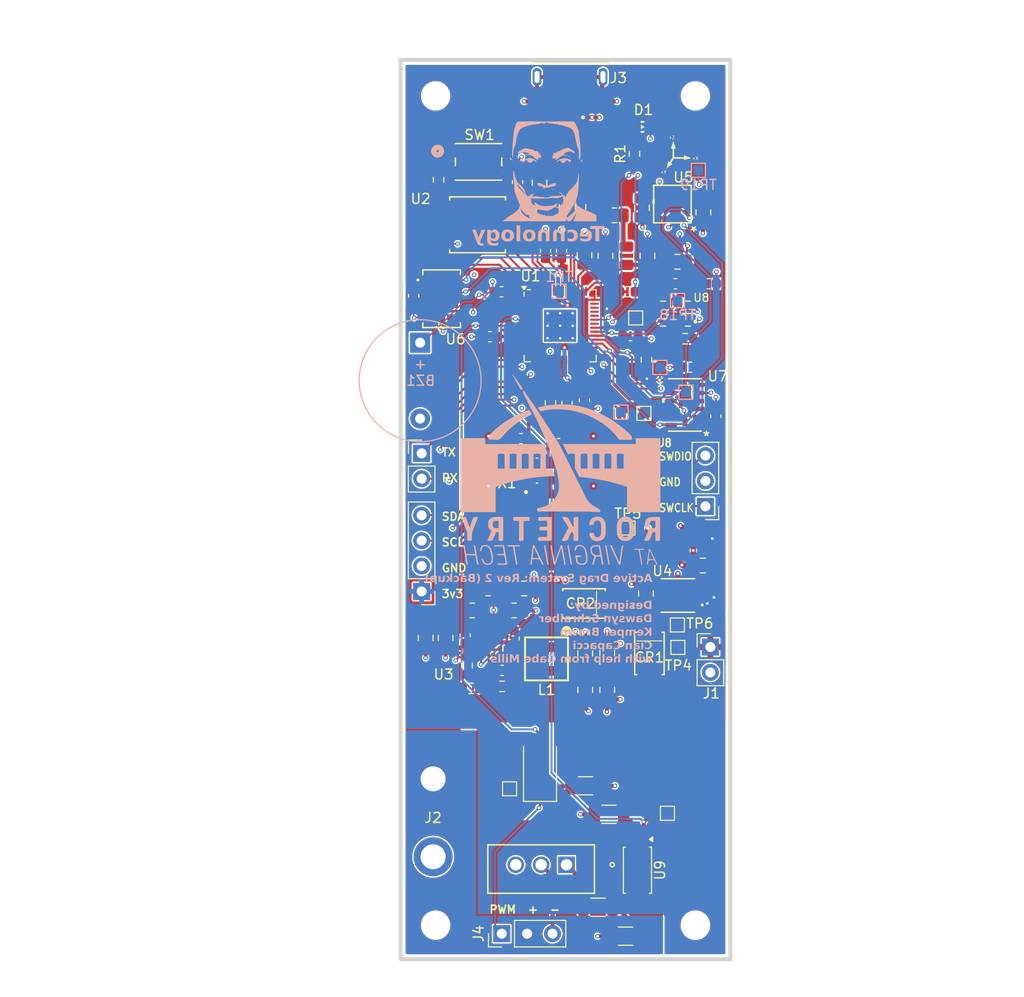
<source format=kicad_pcb>
(kicad_pcb (version 20241229) (generator "pcbnew") (generator_version "9.0")
  (layers (0 "F.Cu" signal) (4 "In1.Cu" signal) (6 "In2.Cu" signal) (2 "B.Cu" signal) (13 "F.Paste" user) (15 "B.Paste" user) (5 "F.SilkS" user "F.Silkscreen") (7 "B.SilkS" user "B.Silkscreen") (1 "F.Mask" user) (3 "B.Mask" user) (25 "Edge.Cuts" user))
  (net 0 "")
  (net 1 "GND")
  (net 2 "/MCU_RP2040/BUZZ_OUT")
  (net 3 "+1V1")
  (net 4 "Net-(U1-ADC_AVDD)")
  (net 5 "/MCU_RP2040/XIN")
  (net 6 "/VBAT")
  (net 7 "Net-(U3-VCC)")
  (net 8 "Net-(U3-SW)")
  (net 9 "Net-(U3-VBST)")
  (net 10 "Net-(U3-FB)")
  (net 11 "Net-(U4-IN)")
  (net 12 "Net-(D1-Pad2)")
  (net 13 "/MCU_RP2040/SWCLK")
  (net 14 "/MCU_RP2040/SWDIO")
  (net 15 "/MCU_RP2040/USB_D+")
  (net 16 "/MCU_RP2040/USB_D-")
  (net 17 "/MCU_RP2040/UART0_RX")
  (net 18 "/MCU_RP2040/UART0_TX")
  (net 19 "/MCU_RP2040/I2C1_SDA")
  (net 20 "/MCU_RP2040/I2C1_SCL")
  (net 21 "/MCU_RP2040/ADC_VREF")
  (net 22 "/MCU_RP2040/I2C0_SCL")
  (net 23 "/MCU_RP2040/I2C0_SDA")
  (net 24 "/MCU_RP2040/XOUT")
  (net 25 "/MCU_RP2040/QSPI_SS")
  (net 26 "Net-(U3-EN)")
  (net 27 "Net-(U3-PG)")
  (net 28 "Net-(U4-EN)")
  (net 29 "/MCU_RP2040/LED_OUT")
  (net 30 "/MCU_RP2040/MOTOR_PWM")
  (net 31 "/MCU_RP2040/QSPI_SD1")
  (net 32 "/HG1")
  (net 34 "/MCU_RP2040/CLKOUT")
  (net 36 "/MCU_RP2040/QSPI_SD2")
  (net 38 "/MCU_RP2040/QSPI_SD0")
  (net 39 "/MCU_RP2040/QSPI_SD3")
  (net 43 "/HG2")
  (net 44 "/MCU_RP2040/QSPI_SCLK")
  (net 45 "/MG")
  (net 50 "/MCU_RP2040/USB_DP")
  (net 51 "/MCU_RP2040/USB_DN")
  (net 52 "/+3V3")
  (net 53 "/+5V")
  (net 54 "/VBUS")
  (net 55 "Net-(U5-CAP)")
  (net 56 "/MAG")
  (net 65 "Net-(C11-Pad1)")
  (net 67 "Net-(R9-Pad1)")
  (net 68 "Net-(R14-Pad2)")
  (net 78 "Net-(D2-K)")
  (net 79 "Net-(J4-Pin_3)")
  (net 80 "Net-(R18-Pad1)")
  (net 81 "Net-(R19-Pad1)")
  (net 82 "Net-(R20-Pad2)")
  (net 83 "/MCU_RP2040/SERVO_ENABLE")
  (net 88 "unconnected-(U1-GPIO1-Pad3)")
  (footprint "Capacitor_SMD:C_0805_2012Metric" (layer "F.Cu") (at 161.8 75.65 90)
    (property "Reference" "C29" (hide yes))
    (property "Value" "1uF")
  )
  (footprint "active-drag-system:SON8_MS5611_TEC" (layer "F.Cu") (at 135.6 84.3)
    (property "Reference" "U6")
    (property "Value" "MS560702BA03-50")
  )
  (footprint "Capacitor_SMD:C_0603_1608Metric" (layer "F.Cu") (at 163.05 96.05 90)
    (property "Reference" "C32" (hide yes))
    (property "Value" "100nF")
  )
  (footprint "Resistor_SMD:R_0603_1608Metric" (layer "F.Cu") (at 146.5 94.725 -90)
    (property "Reference" "R8" (hide yes))
    (property "Value" "1k")
  )
  (footprint "Resistor_SMD:R_1206_3216Metric" (layer "F.Cu") (at 154 148.1 180)
    (property "Reference" "R18" (hide yes))
    (property "Value" "4.7k")
  )
  (footprint "TestPoint:TestPoint_Pad_1.0x1.0mm" (layer "F.Cu") (at 155.025 86.225)
    (property "Reference" "TP17" (hide yes))
    (property "Value" "CLKIN")
  )
  (footprint "active-drag-system:SOIC_128JVSIQ_WIN" (layer "F.Cu") (at 139.2 76.9)
    (property "Reference" "U2")
    (property "Value" "W25Q128JVSIQ")
  )
  (footprint "TestPoint:TestPoint_Pad_1.0x1.0mm" (layer "F.Cu") (at 142.4 133.35)
    (property "Reference" "TP8" (hide yes))
    (property "Value" "SERVO_PWM")
  )
  (footprint "active-drag-system:SDO_CFP5_SOD128_NEX" (layer "F.Cu") (at 149.85 114.8 180)
    (property "Reference" "CR2")
    (property "Value" "PMEG3050EP_115")
  )
  (footprint "active-drag-system:LGA_CC-14-1_ADI" (layer "F.Cu") (at 159.95 94.931502 180)
    (property "Reference" "U7")
    (property "Value" "ADXL375BCCZ")
  )
  (footprint "Connector_PinHeader_2.54mm:PinHeader_1x03_P2.54mm_Vertical" (layer "F.Cu") (at 141.62 147.85 90)
    (property "Reference" "J4")
    (property "Value" "Conn_01x03_Pin")
  )
  (footprint "Capacitor_SMD:C_0805_2012Metric" (layer "F.Cu") (at 145.4 72.7 90)
    (property "Reference" "C13" (hide yes))
    (property "Value" "2.2uF")
  )
  (footprint "Resistor_SMD:R_0805_2012Metric" (layer "F.Cu") (at 140.254101 113.300126)
    (property "Reference" "R12" (hide yes))
    (property "Value" "100k")
  )
  (footprint "Capacitor_SMD:C_0603_1608Metric" (layer "F.Cu") (at 137.954101 118.000126 -90)
    (property "Reference" "C19" (hide yes))
    (property "Value" "100nF")
  )
  (footprint "Resistor_SMD:R_0603_1608Metric" (layer "F.Cu") (at 135.3 72.4 -90)
    (property "Reference" "R9" (hide yes))
    (property "Value" "1k")
  )
  (footprint "Resistor_SMD:R_0603_1608Metric" (layer "F.Cu") (at 141.654101 123.100126)
    (property "Reference" "R11" (hide yes))
    (property "Value" "150k")
  )
  (footprint "Capacitor_SMD:C_0603_1608Metric" (layer "F.Cu") (at 162.325 82.8)
    (property "Reference" "C31" (hide yes))
    (property "Value" "10nF")
  )
  (footprint "TestPoint:TestPoint_Pad_1.0x1.0mm" (layer "F.Cu") (at 159.1978 116.95)
    (property "Reference" "TP6")
    (property "Value" "VSYS")
  )
  (footprint "Capacitor_SMD:C_0805_2012Metric" (layer "F.Cu") (at 152.175887 123.45 -90)
    (property "Reference" "C22" (hide yes))
    (property "Value" "22uF")
  )
  (footprint "Capacitor_SMD:C_0805_2012Metric" (layer "F.Cu") (at 149.975887 119.8 90)
    (property "Reference" "C20" (hide yes))
    (property "Value" "22uF")
  )
  (footprint "Connector_PinHeader_2.54mm:PinHeader_1x02_P2.54mm_Vertical" (layer "F.Cu") (at 133.6 99.775)
    (property "Reference" "J5" (hide yes))
    (property "Value" "Conn_01x02_Pin")
  )
  (footprint "Resistor_SMD:R_0603_1608Metric" (layer "F.Cu") (at 159.975 88.3 180)
    (property "Reference" "R6" (hide yes))
    (property "Value" "10k")
  )
  (footprint "Resistor_SMD:R_0603_1608Metric" (layer "F.Cu") (at 147.9 75.1 -90)
    (property "Reference" "R3" (hide yes))
    (property "Value" "27")
  )
  (footprint "active-drag-system:STP55NF06" (layer "F.Cu") (at 148.1 140.95 180)
    (property "Reference" "U10" (hide yes))
    (property "Value" "STP55NF06")
  )
  (footprint "TestPoint:TestPoint_Pad_1.0x1.0mm" (layer "F.Cu") (at 155.85 95.775)
    (property "Reference" "TP21" (hide yes))
    (property "Value" "HGINT2")
  )
  (footprint "Capacitor_SMD:C_0603_1608Metric" (layer "F.Cu") (at 143.55 98.3 180)
    (property "Reference" "C10" (hide yes))
    (property "Value" "15pF")
  )
  (footprint "MountingHole:MountingHole_2.7mm_M2.5" (layer "F.Cu") (at 161 147)
    (property "Reference" "H3" (hide yes))
    (property "Value" "MountingHole")
  )
  (footprint "Capacitor_SMD:C_0603_1608Metric" (layer "F.Cu") (at 142.854101 118.300126 -90)
    (property "Reference" "C16" (hide yes))
    (property "Value" "100nF")
  )
  (footprint "Connector_Wire:SolderWire-2sqmm_1x02_P7.8mm_D2mm_OD3.9mm" (layer "F.Cu") (at 134.75 132.35 -90)
    (property "Reference" "J2")
    (property "Value" "Conn_01x02_Socket")
  )
  (footprint "Resistor_SMD:R_0805_2012Metric" (layer "F.Cu") (at 142.854101 115.500126 180)
    (property "Reference" "R13" (hide yes))
    (property "Value" "100k")
  )
  (footprint "Capacitor_SMD:C_0805_2012Metric" (layer "F.Cu") (at 155.65 75.2 -90)
    (property "Reference" "C30" (hide yes))
    (property "Value" "10uF")
  )
  (footprint "Capacitor_SMD:C_0603_1608Metric" (layer "F.Cu") (at 159 82.8)
    (property "Reference" "C33" (hide yes))
    (property "Value" "100nF")
  )
  (footprint "Capacitor_SMD:C_0805_2012Metric" (layer "F.Cu") (at 156.0494 113.8 90)
    (property "Reference" "C26" (hide yes))
    (property "Value" "10uF")
  )
  (footprint "Capacitor_SMD:C_0805_2012Metric" (layer "F.Cu") (at 156.2 80 90)
    (property "Reference" "C5" (hide yes))
    (property "Value" "2.2uF")
  )
  (footprint "Capacitor_SMD:C_0603_1608Metric" (layer "F.Cu") (at 154.5 88)
    (property "Reference" "C9" (hide yes))
    (property "Value" "100nF")
  )
  (footprint "TestPoint:TestPoint_Pad_1.0x1.0mm" (layer "F.Cu") (at 159.2478 119.2)
    (property "Reference" "TP4")
    (property "Value" "5V")
  )
  (footprint "Capacitor_SMD:C_0603_1608Metric" (layer "F.Cu") (at 141.654101 121.500126)
    (property "Reference" "C24" (hide yes))
    (property "Value" "22pF")
  )
  (footprint "Capacitor_SMD:C_0603_1608Metric" (layer "F.Cu") (at 140.425 88.1 180)
    (property "Reference" "C8" (hide yes))
    (property "Value" "100nF")
  )
  (footprint "active-drag-system:SON_DFN6_3X3_STM" (layer "F.Cu") (at 159.25 114 180)
    (property "Reference" "U4")
    (property "Value" "LD39200PU33R")
  )
  (footprint "active-drag-system:WL-SMCW_0603" (layer "F.Cu") (at 155.7 67.1 180)
    (property "Reference" "D1")
    (property "Value" "WL-SMCW_0603")
  )
  (footprint "Resistor_SMD:R_0603_1608Metric" (layer "F.Cu") (at 156.1 90.4 90)
    (property "Reference" "R5" (hide yes))
    (property "Value" "10k")
  )
  (footprint "active-drag-system:PQFN50P250X300X97-14N" (layer "F.Cu") (at 159 85.79 180)
    (property "Reference" "U8")
    (property "Value" "IIM-42653")
  )
  (footprint "Resistor_SMD:R_1206_3216Metric" (layer "F.Cu") (at 152.35 135.9)
    (property "Reference" "R20" (hide yes))
    (property "Value" "220")
  )
  (footprint "Capacitor_SMD:C_0603_1608Metric" (layer "F.Cu") (at 149.9 94.45 -90)
    (property "Reference" "C15" (hide yes))
    (property "Value" "100nF")
  )
  (footprint "Resistor_SMD:R_0603_1608Metric" (layer "F.Cu") (at 138.554101 123.300126 180)
    (property "Reference" "R14" (hide yes))
    (property "Value" "10k")
  )
  (footprint "Capacitor_SMD:C_0805_2012Metric" (layer "F.Cu") (at 149.9 79.95 90)
    (property "Reference" "C3" (hide yes))
    (property "Value" "2.2uF")
  )
  (footprint "Capacitor_SMD:C_0603_1608Metric" (layer "F.Cu") (at 146 79.5 90)
    (property "Reference" "C2" (hide yes))
    (property "Value" "100nF")
  )
  (footprint "Capacitor_SMD:C_0805_2012Metric" (layer "F.Cu") (at 149.975887 123.45 -90)
    (property "Reference" "C21" (hide yes))
    (property "Value" "22uF")
  )
  (footprint "Capacitor_SMD:C_0805_2012Metric" (layer "F.Cu") (at 134 118.25 -90)
    (property "Reference" "C18" (hide yes))
    (property "Value" "10uF")
  )
  (footprint "MountingHole:MountingHole_2.7mm_M2.5" (layer "F.Cu") (at 135 147)
    (property "Reference" "H4" (hide yes))
    (property "Value" "MountingHole")
  )
  (footprint "active-drag-system:XTAL_ABM8AIG-12.000MHZ-12-2Z-T3" (layer "F.Cu") (at 145.15 101.5 90)
    (property "Reference" "X1")
    (property "Value" "ABM8AIG-12.000MHZ-12-2Z-T3")
  )
  (footprint "Capacitor_SMD:C_0603_1608Metric" (layer "F.Cu") (at 141.6 83.6 180)
    (property "Reference" "C6" (hide yes))
    (property "Value" "100nF")
  )
  (footprint "Capacitor_SMD:C_0603_1608Metric" (layer "F.Cu") (at 160.5 91.15 180)
    (property "Reference" "C35" (hide yes))
    (property "Value" "100nF")
  )
  (footprint "active-drag-system:VQFN-HR12_RJN_TEX" (layer "F.Cu") (at 140.554101 118.600126)
    (property "Reference" "U3")
    (property "Value" "TPS51386RJNR")
  )
  (footprint "Capacitor_SMD:C_0805_2012Metric" (layer "F.Cu") (at 152 80 90)
    (property "Reference" "C4" (hide yes))
    (property "Value" "2.2uF")
  )
  (footprint "active-drag-system:SW4_PTS815_SJM_250_SMTR_LFS_CNK" (layer "F.Cu") (at 139.3 70.6)
    (property "Reference" "SW1")
    (property "Value" "PTS815 SJM 250 SMTR LFS")
  )
  (footprint "active-drag-system:QFN-56-1EP_7x7mm_P0.4mm_EP3.2x3.2mm_ThermalVias" (layer "F.Cu") (at 147.4625 87)
    (property "Reference" "U1")
    (property "Value" "RP2040")
  )
  (footprint "Package_SO:SOP-4_4.4x2.6mm_P1.27mm" (layer "F.Cu") (at 155.2 141.5 -90)
    (property "Reference" "U9")
    (property "Value" "FODM217A")
  )
  (footprint "Capacitor_SMD:C_0805_2012Metric" (layer "F.Cu") (at 152.175887 119.75 90)
    (property "Reference" "C23" (hide yes))
    (property "Value" "22uF")
  )
  (footprint "Resistor_SMD:R_1206_3216Metric" (layer "F.Cu") (at 151.25 145.2)
    (property "Reference" "R19" (hide yes))
    (property "Value" "1k")
  )
  (footprint "active-drag-system:WE-MAIA_4020" (layer "F.Cu") (at 146.0978 120.35 -90)
    (property "Reference" "L1")
    (property "Value" "WE-MAIA_4020")
  )
  (footprint "Capacitor_SMD:C_0603_1608Metric" (layer "F.Cu") (at 147.6 79.5 90)
    (property "Reference" "C1" (hide yes))
    (property "Value" "100nF")
  )
  (footprint "Capacitor_SMD:C_0805_2012Metric" (layer "F.Cu") (at 136 118.25 -90)
    (property "Reference" "C17" (hide yes))
    (property "Value" "10uF")
  )
  (footprint "Connector_PinHeader_2.54mm:PinHeader_1x02_P2.54mm_Vertical" (layer "F.Cu") (at 162.5 119.16)
    (property "Reference" "J1")
    (property "Value" "Conn_01x02_Pin")
  )
  (footprint "Connector_PinHeader_2.54mm:PinHeader_1x03_P2.54mm_Vertical" (layer "F.Cu") (at 162 105.08 180)
    (property "Reference" "J8")
    (property "Value" "Conn_01x03_Pin")
  )
  (footprint "TestPoint:TestPoint_Pad_1.0x1.0mm" (layer "F.Cu") (at 154.25 107.25)
    (property "Reference" "TP5")
    (property "Value" "3V3")
  )
  (footprint "Connector_PinHeader_2.54mm:PinHeader_1x04_P2.54mm_Vertical" (layer "F.Cu") (at 133.6 113.595 180)
    (property "Reference" "J6" (hide yes))
    (property "Value" "Conn_01x04_Pin")
  )
  (footprint "Resistor_SMD:R_0805_2012Metric" (layer "F.Cu") (at 154.0494 115 90)
    (property "Reference" "R16" (hide yes))
    (property "Value" "100k")
  )
  (footprint "active-drag-system:AMPHENOL_10118193-0001LF" (layer "F.Cu") (at 148.45 62.1 180)
    (property "Reference" "J3")
    (property "Value" "10118193-0001LF")
  )
  (footprint "Capacitor_SMD:C_0603_1608Metric" (layer "F.Cu") (at 132.8 84 -90)
    (property "Reference" "C28" (hide yes))
    (property "Value" "100nF")
  )
  (footprint "Resistor_SMD:R_0805_2012Metric" (layer "F.Cu") (at 154.1 80 -90)
    (property "Reference" "R7" (hide yes))
    (property "Value" "1")
  )
  (footprint "Capacitor_SMD:C_0805_2012Metric" (layer "F.Cu") (at 159.2 80.6)
    (property "Reference" "C34" (hide yes))
    (property "Value" "2.2uF")
  )
  (footprint "MountingHole:MountingHole_2.7mm_M2.5" (layer "F.Cu") (at 135 64)
    (property "Reference" "H1" (hide yes))
    (property "Value" "MountingHole")
  )
  (footprint "Capacitor_SMD:C_0603_1608Metric" (layer "F.Cu") (at 147.3 98.8)
    (property "Reference" "C11" (hide yes))
    (property "Value" "15pF")
  )
  (footprint "Resistor_SMD:R_0805_2012Metric" (layer "F.Cu") (at 152.9 75.95)
    (property "Reference" "R2" (hide yes))
    (property "Value" "200")
  )
  (footprint "Resistor_SMD:R_0603_1608Metric_Pad0.98x0.95mm_HandSolder" (layer "F.Cu") (at 154.9 69.8 90)
    (property "Reference" "R1")
    (property "Value" "100")
  )
  (footprint "Resistor_SMD:R_0603_1608Metric" (layer "F.Cu") (at 149.5 75.1 -90)
    (property "Reference" "R4" (hide yes))
    (property "Value" "27")
  )
  (footprint "Resistor_SMD:R_1206_3216Metric" (layer "F.Cu") (at 150 133.05 180)
    (property "Reference" "R17" (hide yes))
    (property "Value" "4.7k")
  )
  (footprint "active-drag-system:3_axis" (layer "F.Cu") (at 159.35 69.8)
    (property "Reference" "G***" (hide yes))
    (property "Value" "LOGO" (hide yes))
  )
  (footprint "active-drag-system:SDO_CFP5_SOD128_NEX" (layer "F.Cu") (at 156.3978 119.8 -90)
    (property "Reference" "CR1")
    (property "Value" "PMEG3050EP_115")
  )
  (footprint "Diode_SMD:D_SMA" (layer "F.Cu") (at 145.45 131.1 90)
    (property "Reference" "D2" (hide yes))
    (property "Value" "S1G")
  )
  (footprint "Capacitor_SMD:C_0603_1608Metric" (layer "F.Cu") (at 148.15 94.7 -90)
    (property "Reference" "C14" (hide yes))
    (property "Value" "100nF")
  )
  (footprint "MountingHole:MountingHole_2.7mm_M2.5" (layer "F.Cu") (at 161 64)
    (property "Reference" "H2" (hide yes))
    (property "Value" "MountingHole")
  )
  (footprint "Capacitor_SMD:C_0805_2012Metric" (layer "F.Cu") (at 143.854101 113.300126)
    (property "Reference" "C25" (hide yes))
    (property "Value" "1uF")
  )
  (footprint "TestPoint:TestPoint_Pad_1.0x1.0mm" (layer "F.Cu") (at 158.2 135.8)
    (property "Reference" "TP7" (hide yes))
    (property "Value" "SERVO_ENABLE")
  )
  (footprint "Resistor_SMD:R_0603_1608Metric" (layer "F.Cu") (at 138.154101 121.000126 90)
    (property "Reference" "R15" (hide yes))
    (property "Value" "10k")
  )
  (footprint "active-drag-system:MMC5983MA_MEM" (layer "F.Cu") (at 158.7 74.825001 180)
    (property "Reference" "U5")
    (property "Value" "MMC5983MA")
  )
  (footprint "Capacitor_SMD:C_0805_2012Metric" (layer "F.Cu") (at 161.7478 111 180)
    (property "Reference" "C27" (hide yes))
    (property "Value" "10uF")
  )
  (footprint "Capacitor_SMD:C_0603_1608Metric" (layer "F.Cu") (at 143.2 72.625 90)
    (property "Reference" "C12" (hide yes))
    (property "Value" "100nF")
  )
  (footprint "Capacitor_SMD:C_0603_1608Metric" (layer "F.Cu") (at 154.2 83.6)
    (property "Reference" "C7" (hide yes))
    (property "Value" "100nF")
  )
  (footprint "Resistor_SMD:R_0805_2012Metric" (layer "F.Cu") (at 138.666601 115.500126)
    (property "Reference" "R10" (hide yes))
    (property "Value" "100k")
  )
  (footprint "TestPoint:TestPoint_Pad_1.0x1.0mm" (layer "B.Cu") (at 153.55 95.65 180)
    (property "Reference" "TP3" (hide yes))
    (property "Value" "SDA0")
  )
  (footprint "TestPoint:TestPoint_Pad_1.0x1.0mm" (layer "B.Cu") (at 161.3 71.45)
    (property "Reference" "TP19")
    (property "Value" "MINT")
  )
  (footprint "active-drag-system:rocketry_logo" (layer "B.Cu") (at 147.5 101.4 180)
    (property "Reference" "G***" (hide yes))
    (property "Value" "LOGO" (hide yes))
  )
  (footprint "TestPoint:TestPoint_Pad_1.0x1.0mm" (layer "B.Cu") (at 159.2125 84.475)
    (property "Reference" "TP18")
    (property "Value" "MGINT")
  )
  (footprint "TestPoint:TestPoint_Pad_1.0x1.0mm" (layer "B.Cu") (at 160.05 93.65 180)
    (property "Reference" "TP2" (hide yes))
    (property "Value" "SCL0")
  )
  (footprint "TestPoint:TestPoint_Pad_1.0x1.0mm" (layer "B.Cu") (at 157.45 91.175)
    (property "Reference" "TP20" (hide yes))
    (property "Value" "HGINT1")
  )
  (footprint "TestPoint:TestPoint_Pad_1.0x1.0mm" (layer "B.Cu") (at 147.35 83.55 180)
    (property "Reference" "TP1")
    (property "Value" "VCORE")
  )
  (footprint "active-drag-system:cringe_cam" (layer "B.Cu") (at 146.1 71.55 180)
    (property "Reference" "G***" (hide yes))
    (property "Value" "LOGO" (hide yes))
  )
  (footprint "Buzzer_Beeper:Buzzer_12x9.5RM7.6" (layer "B.Cu") (at 133.45 88.7 -90)
    (property "Reference" "BZ1")
    (property "Value" "Buzzer")
  )
  (gr_rect (start 131.5 60.4) (end 164.5 150.4) (stroke (width 0.4)) (fill no) (layer "Edge.Cuts"))
  (gr_text "PWM  +  -" (at 140.3 145.9 0) (layer "F.SilkS") (effects (font (size 0.8 0.8) (thickness 0.16) (bold yes)) (justify left bottom)))
  (gr_text "TX\n\nRX\n\n\nSDA\n\nSCL\n\nGND\n\n3v3" (at 135.525 114.3 0) (layer "F.SilkS") (effects (font (size 0.8 0.8) (thickness 0.16) (bold yes)) (justify left bottom)))
  (gr_text "SWDIO\n\nGND\n\nSWCLK" (at 157.3 105.7 0) (layer "F.SilkS") (effects (font (size 0.8 0.7) (thickness 0.14) (bold yes)) (justify left bottom)))
  (gr_text "Active Drag System: Rev 2 (Backup)\n\nDesigned by:\nDawsyn Schraiber\nKemper Brown\nCian Capacci\nwith help from Gabe Mills" (at 156.7 120.85 0) (layer "B.SilkS") (effects (font (size 0.8 0.8) (thickness 0.2) (bold yes)) (justify left bottom mirror)))
  (gr_text "Technology" (at 151.9 78.8 0) (layer "B.SilkS") (effects (font (size 1.5 1.5) (thickness 0.2) (bold yes)) (justify left bottom mirror)))
  (segment (start 159.25 114) (end 159.25 111.8022) (width 0.55) (layer "F.Cu") (net 1))
  (segment (start 132.8 86.15) (end 132.85 86.2) (width 0.15) (layer "F.Cu") (net 1))
  (segment (start 156.724999 75.075001) (end 155.65 76.15) (width 0.2) (layer "F.Cu") (net 1))
  (segment (start 152 79.05) (end 152 77.6) (width 0.2) (layer "F.Cu") (net 1))
  (segment (start 146.4625 89.5625) (end 146.4625 90.4375) (width 0.127) (layer "F.Cu") (net 1))
  (segment (start 156.2 79.05) (end 156.2 77.8) (width 0.2) (layer "F.Cu") (net 1))
  (segment (start 160.7978 109.75) (end 160.7978 108.2978) (width 0.55) (layer "F.Cu") (net 1))
  (segment (start 145.3 71.85) (end 145.4 71.75) (width 0.15) (layer "F.Cu") (net 1))
  (segment (start 149.9 79) (end 149.9 77.6) (width 0.2) (layer "F.Cu") (net 1))
  (segment (start 158.8 84.2) (end 158.8 83.775) (width 0.2) (layer "F.Cu") (net 1))
  (segment (start 160.15 80.6) (end 160.15 79.05) (width 0.2) (layer "F.Cu") (net 1))
  (segment (start 152.175887 118.8) (end 152.175887 117.556175) (width 0.4) (layer "F.Cu") (net 1))
  (segment (start 140.7 82.6) (end 140.7 83.475) (width 0.15) (layer "F.Cu") (net 1))
  (segment (start 143.2 70.5) (end 143.2 71.85) (width 0.2) (layer "F.Cu") (net 1))
  (segment (start 151.2 148.1) (end 152.5375 148.1) (width 0.4) (layer "F.Cu") (net 1))
  (segment (start 136.7 86.6) (end 135.75 87.55) (width 0.15) (layer "F.Cu") (net 1))
  (segment (start 156.5 68.25) (end 156.5 67.1) (width 0.2) (layer "F.Cu") (net 1))
  (segment (start 138.279227 119.100252) (end 140.0478 119.100252) (width 0.4) (layer "F.Cu") (net 1))
  (segment (start 159 84.4) (end 159 84.88) (width 0.2) (layer "F.Cu") (net 1))
  (segment (start 163.05 95.275) (end 163.05 94.15) (width 0.2) (layer "F.Cu") (net 1))
  (segment (start 147.25 62.1) (end 147.25 62.55) (width 0.15) (layer "F.Cu") (net 1))
  (segment (start 136.7 86.175) (end 136.7 86.6) (width 0.15) (layer "F.Cu") (net 1))
  (segment (start 137.479227 119.25) (end 136.05 119.25) (width 0.4) (layer "F.Cu") (net 1))
  (segment (start 154.5978 112.85) (end 156.0494 112.85) (width 0.4) (layer "F.Cu") (net 1))
  (segment (start 163.1 82.8) (end 163.1 81.6) (width 0.2) (layer "F.Cu") (net 1))
  (segment (start 153.15 64.55) (end 151.65 64.55) (width 0.4) (layer "F.Cu") (net 1))
  (segment (start 144.8478 113.256427) (end 144.804101 113.300126) (width 0.4) (layer "F.Cu") (net 1))
  (segment (start 160.15 79.05) (end 160.2 79) (width 0.15) (layer "F.Cu") (net 1))
  (segment (start 150.3 125.575) (end 149.949688 125.224688) (width 0.4) (layer "F.Cu") (net 1))
  (segment (start 146 78.725) (end 146 77.3) (width 0.2) (layer "F.Cu") (net 1))
  (segment (start 152.143387 125.65) (end 152.143387 124.506427) (width 0.4) (layer "F.Cu") (net 1))
  (segment (start 160.7978 108.2978) (end 159.5 107) (width 0.55) (layer "F.Cu") (net 1))
  (segment (start 140.804164 115.45) (end 140.804164 117.200126) (width 0.2) (layer "F.Cu") (net 1))
  (segment (start 141.550001 71.674999) (end 143.024999 71.674999) (width 0.2) (layer "F.Cu") (net 1))
  (segment (start 161.16 86.54) (end 160.16 86.54) (width 0.2) (layer "F.Cu") (net 1))
  (segment (start 134.5 86.175) (end 134.5 86.3) (width 0.15) (layer "F.Cu") (net 1))
  (segment (start 160.6978 113.049999) (end 160.6978 111.1) (width 0.55) (layer "F.Cu") (net 1))
  (segment (start 140.05 91.1) (end 135.575 95.575) (width 0.2) (layer "F.Cu") (net 1))
  (segment (start 161.320901 96.131502) (end 161.668498 96.131502) (width 0.127) (layer "F.Cu") (net 1))
  (segment (start 162.518498 93.731502) (end 162.55 93.7) (width 0.15) (layer "F.Cu") (net 1))
  (segment (start 140.7 83.475) (end 140.825 83.6) (width 0.15) (layer "F.Cu") (net 1))
  (segment (start 159.25 111.8022) (end 159.2478 111.8) (width 0.55) (layer "F.Cu") (net 1))
  (segment (start 136.35 102.55) (end 137.05 101.85) (width 0.2) (layer "F.Cu") (net 1))
  (segment (start 145 113.496025) (end 144.804101 113.300126) (width 0.4) (layer "F.Cu") (net 1))
  (segment (start 150.8875 135.9) (end 149.5 135.9) (width 0.4) (layer "F.Cu") (net 1))
  (segment (start 134.5 86.3) (end 135.75 87.55) (width 0.15) (layer "F.Cu") (net 1))
  (segment (start 143.85 64.55) (end 145.25 64.55) (width 0.4) (layer "F.Cu") (net 1))
  (segment (start 153.51946 118.8) (end 152.175887 118.8) (width 0.4) (layer "F.Cu") (net 1))
  (segment (start 152.169586 124.406301) (end 152.175887 124.4) (width 0.4) (layer "F.Cu") (net 1))
  (segment (start 161.668498 96.131502) (end 162.525 95.275) (width 0.2) (layer "F.Cu") (net 1))
  (segment (start 149.975887 117.656175) (end 149.969586 117.649874) (width 0.4) (layer "F.Cu") (net 1))
  (segment (start 143.2 71.85) (end 145.3 71.85) (width 0.2) (layer "F.Cu") (net 1))
  (segment (start 132.95 84.925) (end 132.8 84.775) (width 0.15) (layer "F.Cu") (net 1))
  (segment (start 159.45 77.8) (end 159.45 78.25) (width 0.2) (layer "F.Cu") (net 1))
  (segment (start 157.425001 72.575001) (end 157.425001 74.075) (width 0.2) (layer "F.Cu") (net 1))
  (segment (start 138.154101 120.175126) (end 137.324874 120.175126) (width 0.2) (layer "F.Cu") (net 1))
  (segment (start 151.825 90.9) (end 154.225 93.3) (width 0.2) (layer "F.Cu") (net 1))
  (segment (start 137.05 101.85) (end 137.05 95.65) (width 0.2) (layer "F.Cu") (net 1))
  (segment (start 151.4625 133.05) (end 152.95 133.05) (width 0.4) (layer "F.Cu") (net 1))
  (segment (start 137.324874 120.175126) (end 137 120.5) (width 0.2) (layer "F.Cu") (net 1))
  (segment (start 136.05 119.25) (end 136 119.2) (width 0.4) (layer "F.Cu") (net 1))
  (segment (start 147.15 64.775) (end 145.475 64.775) (width 0.4) (layer "F.Cu") (net 1))
  (segment (start 158.5 84.88) (end 158.5 84.5) (width 0.2) (layer "F.Cu") (net 1))
  (segment (start 151.25 95.3) (end 149.975 95.3) (width 0.2) (layer "F.Cu") (net 1))
  (segment (start 145.15 64.45) (end 145.25 64.55) (width 0.4) (layer "F.Cu") (net 1))
  (segment (start 140.804164 115.45) (end 140.804164 113.662563) (width 0.2) (layer "F.Cu") (net 1))
  (segment (start 154.975 82.625) (end 154.975 83.6) (width 0.2) (layer "F.Cu") (net 1))
  (segment (start 154.225 93.3) (end 157.55 93.3) (width 0.2) (layer "F.Cu") (net 1))
  (segment (start 140.804164 113.662563) (end 141.166601 113.300126) (width 0.15) (layer "F.Cu") (net 1))
  (segment (start 137.954101 118.775126) (end 137.479227 119.25) (width 0.4) (layer "F.Cu") (net 1))
  (segment (start 160.7978 111) (end 159.6978 111) (width 0.55) (layer "F.Cu") (net 1))
  (segment (start 155.275 88.3) (end 156.6 88.3) (width 0.15) (layer "F.Cu") (net 1))
  (segment (start 136 119.2) (end 136 120.25) (width 0.4) (layer "F.Cu") (net 1))
  (segment (start 161.4 86.3) (end 161.16 86.54) (width 0.2) (layer "F.Cu") (net 1))
  (segment (start 132.875 86.175) (end 132.85 86.2) (width 0.15) (layer "F.Cu") (net 1))
  (segment (start 155.7 76.2) (end 155.65 76.15) (width 0.2) (layer "F.Cu") (net 1))
  (segment (start 143.6 70.1) (end 143.2 70.5) (width 0.2) (layer "F.Cu") (net 1))
  (segment (start 159.6978 111) (end 159.6478 110.95) (width 0.55) (layer "F.Cu") (net 1))
  (segment (start 158.5 84.5) (end 158.8 84.2) (width 0.2) (layer "F.Cu") (net 1))
  (segment (start 159.6478 110.95) (end 159.6478 110.8978) (width 0.55) (layer "F.Cu") (net 1))
  (segment (start 135.6551 78.805) (end 137.195 78.805) (width 0.15) (layer "F.Cu") (net 1))
  (segment (start 159.775 80.975) (end 160.15 80.6) (width 0.2) (layer "F.Cu") (net 1))
  (segment (start 162.993499 95.331501) (end 163.05 95.275) (width 0.15) (layer "F.Cu") (net 1))
  (segment (start 149.65 62.1) (end 147.25 62.1) (width 0.4) (layer "F.Cu") (net 1))
  (segment (start 138.05 96) (end 138.05 105.9) (width 0.2) (layer "F.Cu") (net 1))
  (segment (start 143.024999 71.674999) (end 143.2 71.85) (width 0.15) (layer "F.Cu") (net 1))
  (segment (start 158.5 91.15) (end 158.45 91.2) (width 0.15) (layer "F.Cu") (net 1))
  (segment (start 152.175887 117.556175) (end 152.169586 117.549874) (width 0.4) (layer "F.Cu") (net 1))
  (segment (start 149.6478 118.85) (end 149.975887 118.85) (width 0.4) (layer "F.Cu") (net 1))
  (segment (start 160.6978 111.1) (end 160.7978 111) (width 0.55) (layer "F.Cu") (net 1))
  (segment (start 157.425001 75.075001) (end 156.724999 75.075001) (width 0.2) (layer "F.Cu") (net 1))
  (segment (start 153.5 124.4) (end 152.175887 124.4) (width 0.4) (layer "F.Cu") (net 1))
  (segment (start 137.954101 118.775126) (end 137.954101 119.975126) (width 0.4) (layer "F.Cu") (net 1))
  (segment (start 148.15 95.475) (end 149.65 95.475) (width 0.2) (layer "F.Cu") (net 1))
  (segment (start 132.8 84.775) (end 132.8 86.15) (width 0.15) (layer "F.Cu") (net 1))
  (segment (start 160.7978 111) (end 160.7978 109.75) (width 0.55) (layer "F.Cu") (net 1))
  (segment (start 149.65 95.475) (end 149.9 95.225) (width 0.2) (layer "F.Cu") (net 1))
  (segment (start 142.85 94.4) (end 139.65 94.4) (width 0.2) (layer "F.Cu") (net 1))
  (segment (start 139.55 93.15) (end 143.2 93.15) (width 0.2) (layer "F.Cu") (net 1))
  (segment (start 144.8478 111.9) (end 144.8478 113.256427) (width 0.4) (layer "F.Cu") (net 1))
  (segment (start 147.6 78.725) (end 147.6 77.4) (width 0.2) (layer "F.Cu") (net 1))
  (segment (start 161.8 76.6) (end 161.75 76.65) (width 0.4) (layer "F.Cu") (net 1))
  (segment (start 158.8 84.2) (end 159 84.4) (width 0.2) (layer "F.Cu") (net 1))
  (segment (start 137.05 95.65) (end 139.55 93.15) (width 0.2) (layer "F.Cu") (net 1))
  (segment (start 148.9978 117.6) (end 148.9978 118.2) (width 0.4) (layer "F.Cu") (net 1))
  (segment (start 161.320901 93.731502) (end 162.518498 93.731502) (width 0.2) (layer "F.Cu") (net 1))
  (segment (start 159.45 78.25) (end 160.2 79) (width 0.2) (layer "F.Cu") (net 1))
  (segment (start 149.975 95.3) (end 149.9 95.225) (width 0.2) (layer "F.Cu") (net 1))
  (segment (start 139.65 94.4) (end 138.05 96) (width 0.2) (layer "F.Cu") (net 1))
  (segment (start 138.05 105.9) (end 136.7 107.25) (width 0.2) (layer "F.Cu") (net 1))
  (segment (start 145.475 64.775) (end 145.25 64.55) (width 0.15) (layer "F.Cu") (net 1))
  (segment (start 151.75 62.1) (end 149.65 62.1) (width 0.4) (layer "F.Cu") (net 1))
  (segment (start 159.6478 110.8978) (end 156.25 107.5) (width 0.55) (layer "F.Cu") (net 1))
  (segment (start 145 114.5) (end 145 113.496025) (width 0.4) (layer "F.Cu") (net 1))
  (segment (start 143.65 91.1) (end 140.05 91.1) (width 0.2) (layer "F.Cu") (net 1))
  (segment (start 141.550001 71.674999) (end 137.049999 71.674999) (width 0.2) (layer "F.Cu") (net 1))
  (segment (start 149.949688 125.224688) (end 149.949688 124.500126) (width 0.4) (layer "F.Cu") (net 1))
  (segment (start 160.7978 109.75) (end 160.7978 109.5) (width 0.55) (layer "F.Cu") (net 1))
  (segment (start 137.954101 118.775126) (end 138.279227 119.100252) (width 0.4) (layer "F.Cu") (net 1))
  (segment (start 148.9978 118.2) (end 149.6478 118.85) (width 0.4) (layer "F.Cu") (net 1))
  (segment (start 160.200001 113.049999) (end 159.25 114) (width 0.55) (layer "F.Cu") (net 1))
  (segment (start 158.8 83.775) (end 159.775 82.8) (width 0.2) (layer "F.Cu") (net 1))
  (segment (start 159.775 82.8) (end 159.775 80.975) (width 0.2) (layer "F.Cu") (net 1))
  (segment (start 156.25 107.5) (end 156.25 107.25) (width 0.55) (layer "F.Cu") (net 1))
  (segment (start 136 119.2) (end 134 119.2) (width 0.4) (layer "F.Cu") (net 1))
  (segment (start 161.75 76.65) (end 161.75 77.75) (width 0.4) (layer "F.Cu") (net 1))
  (segment (start 161.320901 93.731502) (end 161.320901 94.531503) (width 0.2) (layer "F.Cu") (net 1))
  (segment (start 160.6978 113.049999) (end 160.200001 113.049999) (width 0.55) (layer "F.Cu") (net 1))
  (segment (start 134 119.2) (end 134 120.25) (width 0.4) (layer "F.Cu") (net 1))
  (segment (start 149.975887 118.85) (end 149.975887 117.656175) (width 0.4) (layer "F.Cu") (net 1))
  (segment (start 135.45 99.4) (end 135.575 99.275) (width 0.127) (layer "F.Cu") (net 1))
  (segment (start 139.65 88.1) (end 138.6 88.1) (width 0.15) (layer "F.Cu") (net 1))
  (segment (start 147.25 62.1) (end 145.15 62.1) (width 0.4) (layer "F.Cu") (net 1))
  (segment (start 162.525 95.275) (end 163.05 95.275) (width 0.2) (layer "F.Cu") (net 1))
  (segment (start 137.954101 119.975126) (end 138.154101 120.175126) (width 0.2) (layer "F.Cu") (net 1))
  (segment (start 135.575 95.575) (end 135.575 99.275) (width 0.2) (layer "F.Cu") (net 1))
  (segment (start 151.65 62.2) (end 151.75 62.1) (width 0.4) (layer "F.Cu") (net 1))
  (segment (start 145.15 62.1) (end 145.15 64.45) (width 0.4) (layer "F.Cu") (net 1))
  (segment (start 134.5 84.925) (end 132.95 84.925) (width 0.15) (layer "F.Cu") (net 1))
  (segment (start 159.725 91.15) (end 158.5 91.15) (width 0.2) (layer "F.Cu") (net 1))
  (segment (start 134.5 86.175) (end 132.875 86.175) (width 0.15) (layer "F.Cu") (net 1))
  (segment (start 151.65 64.55) (end 151.65 62.2) (width 0.4) (layer "F.Cu") (net 1))
  (segment (start 143.2 93.15) (end 144.5 91.85) (width 0.2) (layer "F.Cu") (net 1))
  (segment (start 155.7 77.15) (end 155.7 76.2) (width 0.4) (layer "F.Cu") (net 1))
  (via (at 161.75 77.75) (size 0.4572) (drill 0.254) (layers "F.Cu" "B.Cu") (net 1))
  (via (at 156.25 107.25) (size 0.4572) (drill 0.254) (layers "F.Cu" "B.Cu") (net 1))
  (via (at 146 77.3) (size 0.4572) (drill 0.254) (layers "F.Cu" "B.Cu") (net 1))
  (via (at 146.4625 89.5625) (size 0.4572) (drill 0.254) (layers "F.Cu" "B.Cu") (net 1))
  (via (at 160.2 79) (size 0.4572) (drill 0.254) (layers "F.Cu" "B.Cu") (net 1))
  (via (at 137 120.5) (size 0.4572) (drill 0.254) (layers "F.Cu" "B.Cu") (net 1))
  (via (at 137.2 78.8) (size 0.4572) (drill 0.254) (layers "F.Cu" "B.Cu") (net 1))
  (via (at 154.975 82.625) (size 0.4572) (drill 0.254) (layers "F.Cu" "B.Cu") (net 1))
  (via (at 159.2478 111.8) (size 0.4572) (drill 0.254) (layers "F.Cu" "B.Cu") (net 1))
  (via (at 163.05 94.15) (size 0.4572) (drill 0.254) (layers "F.Cu" "B.Cu") (net 1))
  (via (at 135.75 87.55) (size 0.4572) (drill 0.254) (layers "F.Cu" "B.Cu") (net 1))
  (via (at 138.75 85.65) (size 0.4572) (drill 0.254) (layers "F.Cu" "B.Cu") (net 1))
  (via (at 153.15 64.55) (size 0.4572) (drill 0.254) (layers "F.Cu" "B.Cu") (net 1))
  (via (at 155.7 77.15) (size 0.4572) (drill 0.254) (layers "F.Cu" "B.Cu") (net 1))
  (via (at 136.35 102.55) (size 0.4572) (drill 0.254) (layers "F.Cu" "B.Cu") (net 1))
  (via (at 148.9978 117.6) (size 0.4572) (drill 0.254) (layers "F.Cu" "B.Cu") (net 1))
  (via (at 152.169586 117.549874) (size 0.4572) (drill 0.254) (layers "F.Cu" "B.Cu") (net 1))
  (via (at 152.95 133.05) (size 0.4572) (drill 0.254) (layers "F.Cu" "B.Cu") (net 1))
  (via (at 138.6 88.1) (size 0.4572) (drill 0.254) (layers "F.Cu" "B.Cu") (net 1))
  (via (at 149.5 135.9) (size 0.4572) (drill 0.254) (layers "F.Cu" "B.Cu") (net 1))
  (via (at 140.3 103.05) (size 0.4572) (drill 0.254) (layers "F.Cu" "B.Cu") (net 1))
  (via (at 140.3 98.05) (size 0.4572) (drill 0.254) (layers "F.Cu" "B.Cu") (net 1))
  (via (at 159.5 107) (size 0.4572) (drill 0.254) (layers "F.Cu" "B.Cu") (net 1))
  (via (at 143.85 64.55) (size 0.4572) (drill 0.254) (layers "F.Cu" "B.Cu") (net 1))
  (via (at 143.65 91.1) (size 0.4572) (drill 0.254) (layers "F.Cu" "B.Cu") (net 1))
  (via (at 151.25 95.3) (size 0.4572) (drill 0.254) (layers "F.Cu" "B.Cu") (net 1))
  (via (at 155.25 71.95) (size 0.4572) (drill 0.254) (layers "F.Cu" "B.Cu") (net 1))
  (via (at 152 77.6) (size 0.4572) (drill 0.254) (layers "F.Cu" "B.Cu") (net 1))
  (via (at 150.8 103.05) (size 0.4572) (drill 0.254) (layers "F.Cu" "B.Cu") (net 1))
  (via (at 160.7978 109.5) (size 0.4572) (drill 0.254) (layers "F.Cu" "B.Cu") (net 1))
  (via (at 161.4 86.3) (size 0.4572) (drill 0.254) (layers "F.Cu" "B.Cu") (net 1))
  (via (at 150.8 98.05) (size 0.4572) (drill 0.254) (layers "F.Cu" "B.Cu") (net 1))
  (via (at 149.969586 117.649874) (size 0.4572) (drill 0.254) (layers "F.Cu" "B.Cu") (net 1))
  (via (at 153.51946 118.8) (size 0.4572) (drill 0.254) (layers "F.Cu" "B.Cu") (net 1))
  (via (at 135.45 99.4) (size 0.4572) (drill 0.254) (layers "F.Cu" "B.Cu") (net 1))
  (via (at 158.45 91.2) (size 0.4572) (drill 0.254) (layers "F.Cu" "B.Cu") (net 1))
  (via (at 149.9 77.6) (size 0.4572) (drill 0.254) (layers "F.Cu" "B.Cu") (net 1))
  (via (at 143.625 95.25) (size 0.4572) (drill 0.254) (layers "F.Cu" "B.Cu") (net 1))
  (via (at 156.2 77.8) (size 0.4572) (drill 0.254) (layers "F.Cu" "B.Cu") (net 1))
  (via (at 159.45 77.8) (size 0.4572) (drill 0.254) (layers "F.Cu" "B.Cu") (net 1))
  (via (at 150.3 125.575) (size 0.4572) (drill 0.254) (layers "F.Cu" "B.Cu") (net 1))
  (via (at 157.425001 72.575001) (size 0.4572) (drill 0.254) (layers "F.Cu" "B.Cu") (net 1))
  (via (at 136.7 107.25) (size 0.4572) (drill 0.254) (layers "F.Cu" "B.Cu") (net 1))
  (via (at 156.5 68.25) (size 0.4572) (drill 0.254) (layers "F.Cu" "B.Cu") (net 1))
  (via (at 154.5978 112.85) (size 0.4572) (drill 0.254) (layers "F.Cu" "B.Cu") (net 1))
  (via (at 134 120.25) (size 0.4572) (drill 0.254) (layers "F.Cu" "B.Cu") (net 1))
  (via (at 138.85 81.9) (size 0.4572) (drill 0.254) (layers "F.Cu" "B.Cu") (net 1))
  (via (at 163.1 81.6) (size 0.4572) (drill 0.254) (layers "F.Cu" "B.Cu") (net 1))
  (via (at 157.55 93.3) (size 0.4572) (drill 0.254) (layers "F.Cu" "B.Cu") (net 1))
  (via (at 153.5 124.4) (size 0.4572) (drill 0.254) (layers "F.Cu" "B.Cu") (net 1))
  (via (at 156.6 88.3) (size 0.4572) (drill 0.254) (layers "F.Cu" "B.Cu") (net 1))
  (via (at 143.6 70.1) (size 0.4572) (drill 0.254) (layers "F.Cu" "B.Cu") (net 1))
  (via (at 159.6478 110.95) (size 0.4572) (drill 0.254) (layers "F.Cu" "B.Cu") (net 1))
  (via (at 140.7 82.6) (size 0.4572) (drill 0.254) (layers "F.Cu" "B.Cu") (net 1))
  (via (at 142.85 94.4) (size 0.4572) (drill 0.254) (layers "F.Cu" "B.Cu") (net 1))
  (via (at 145 114.5) (size 0.4572) (drill 0.254) (layers "F.Cu" "B.Cu") (net 1))
  (via (at 151.2 148.1) (size 0.4572) (drill 0.254) (layers "F.Cu" "B.Cu") (net 1))
  (via (at 144.8478 111.9) (size 0.4572) (drill 0.254) (layers "F.Cu" "B.Cu") (net 1))
  (via (at 152.143387 125.65) (size 0.4572) (drill 0.254) (layers "F.Cu" "B.Cu") (net 1))
  (via (at 136 120.25) (size 0.4572) (drill 0.254) (layers "F.Cu" "B.Cu") (net 1))
  (via (at 147.6 77.4) (size 0.4572) (drill 0.254) (layers "F.Cu" "B.Cu") (net 1))
  (via (at 140.804164 115.45) (size 0.4572) (drill 0.254) (layers "F.Cu" "B.Cu") (net 1))
  (via (at 151.825 90.9) (size 0.4572) (drill 0.254) (layers "F.Cu" "B.Cu") (net 1))
  (via (at 152.713094 86.613094) (size 0.4572) (drill 0.254) (layers "F.Cu" "B.Cu") (net 1))
  (via (at 132.85 86.2) (size 0.4572) (drill 0.254) (layers "F.Cu" "B.Cu") (net 1))
  (via (at 144.5 91.85) (size 0.4572) (drill 0.254) (layers "F.Cu" "B.Cu") (net 1))
  (via (at 162.55 93.7) (size 0.4572) (drill 0.254) (layers "F.Cu" "B.Cu") (net 1))
  (segment (start 155.25 71.95) (end 155 72.2) (width 0.2) (layer "B.Cu") (net 1))
  (segment (start 155 72.2) (end 155 84.3) (width 0.2) (layer "B.Cu") (net 1))
  (segment (start 138.75 85.25) (end 140.7 83.3) (width 0.15) (layer "B.Cu") (net 1))
  (segment (start 152.713094 86.586906) (end 152.713094 86.613094) (width 0.15) (layer "B.Cu") (net 1))
  (segment (start 155 84.3) (end 152.713094 86.586906) (width 0.2) (layer "B.Cu") (net 1))
  (segment (start 138.75 85.65) (end 138.75 85.25) (width 0.15) (layer "B.Cu") (net 1))
  (segment (start 140.7 83.3) (end 140.7 82.6) (width 0.15) (layer "B.Cu") (net 1))
  (segment (start 143.5875 84.8) (end 143.2875 84.5) (width 0.127) (layer "F.Cu") (net 2))
  (segment (start 140.3 84.5) (end 139.7 83.9) (width 0.127) (layer "F.Cu") (net 2))
  (segment (start 144.025 84.8) (end 143.5875 84.8) (width 0.127) (layer "F.Cu") (net 2))
  (segment (start 143.2875 84.5) (end 140.3 84.5) (width 0.127) (layer "F.Cu") (net 2))
  (segment (start 139.7 83.9) (end 139.35 83.9) (width 0.127) (layer "F.Cu") (net 2))
  (via (at 139.35 83.9) (size 0.4572) (drill 0.254) (layers "F.Cu" "B.Cu") (net 2))
  (segment (start 138.65 84.6) (end 137.8 84.6) (width 0.15) (layer "B.Cu") (net 2))
  (segment (start 139.35 83.9) (end 138.65 84.6) (width 0.15) (layer "B.Cu") (net 2))
  (segment (start 137.8 84.6) (end 133.8 88.6) (width 0.15) (layer "B.Cu") (net 2))
  (segment (start 133.8 88.6) (end 133.8 88.7) (width 0.127) (layer "B.Cu") (net 2))
  (segment (start 149.6 93.65) (end 150.15 93.65) (width 0.2) (layer "F.Cu") (net 3))
  (segment (start 149.2625 83.5625) (end 149.2625 84.3375) (width 0.2) (layer "F.Cu") (net 3))
  (segment (start 149.2625 82.0375) (end 149.9 81.4) (width 0.2) (layer "F.Cu") (net 3))
  (segment (start 148.0625 90.4375) (end 148.0625 92.075) (width 0.2) (layer "F.Cu") (net 3))
  (segment (start 148.1875 92.2) (end 148.1875 92.2375) (width 0.15) (layer "F.Cu") (net 3))
  (segment (start 148.1875 92.2375) (end 149.6 93.65) (width 0.2) (layer "F.Cu") (net 3))
  (segment (start 147.2625 81.5375) (end 146.4 80.675) (width 0.2) (layer "F.Cu") (net 3))
  (segment (start 148.0625 92.075) (end 148.1875 92.2) (width 0.15) (layer "F.Cu") (net 3))
  (segment (start 149.2625 84.3375) (end 149.15 84.45) (width 0.2) (layer "F.Cu") (net 3))
  (segment (start 147.2625 81.9375) (end 147.2625 81.5375) (width 0.2) (layer "F.Cu") (net 3))
  (segment (start 149.9 81.4) (end 149.9 80.9) (width 0.2) (layer "F.Cu") (net 3))
  (segment (start 149.2625 83.5625) (end 149.2625 82.0375) (width 0.2) (layer "F.Cu") (net 3))
  (segment (start 147.2625 81.9375) (end 147.2625 83.5625) (width 0.2) (layer "F.Cu") (net 3))
  (via (at 147.2625 81.9375) (size 0.4572) (drill 0.254) (layers "F.Cu" "B.Cu") (net 3))
  (via (at 148.1875 92.2) (size 0.4572) (drill 0.254) (layers "F.Cu" "B.Cu") (net 3))
  (via (at 148.2 84.949998) (size 0.4572) (drill 0.254) (layers "F.Cu" "B.Cu") (net 3))
  (via (at 147.9 89.2) (size 0.4572) (drill 0.254) (layers "F.Cu" "B.Cu") (net 3))
  (segment (start 147.2625 84.012498) (end 148.2 84.949998) (width 0.4) (layer "B.Cu") (net 3))
  (segment (start 147.9 89.2) (end 147.9 91.9125) (width 0.4) (layer "B.Cu") (net 3))
  (segment (start 147.2625 83.3) (end 147.2625 84.012498) (width 0.4) (layer "B.Cu") (net 3))
  (segment (start 147.9 91.9125) (end 148.1875 92.2) (width 0.4) (layer "B.Cu") (net 3))
  (segment (start 147.2625 81.9375) (end 147.2625 83.3) (width 0.4) (layer "B.Cu") (net 3))
  (segment (start 154.1 80.9125) (end 156.1625 80.9125) (width 0.4) (layer "F.Cu") (net 4))
  (segment (start 150.0625 83.5625) (end 150.925 82.7) (width 0.2) (layer "F.Cu") (net 4))
  (segment (start 156.1625 80.9125) (end 156.2 80.95) (width 0.15) (layer "F.Cu") (net 4))
  (segment (start 150.925 82.7) (end 152.1 82.7) (width 0.2) (layer "F.Cu") (net 4))
  (segment (start 153.4875 81.3125) (end 153.7 81.3125) (width 0.2) (layer "F.Cu") (net 4))
  (segment (start 152.1 82.7) (end 153.4875 81.3125) (width 0.2) (layer "F.Cu") (net 4))
  (segment (start 154.1875 81) (end 154.1 80.9125) (width 0.15) (layer "F.Cu") (net 4))
  (segment (start 146.8625 91.443) (end 146.8055 91.5) (width 0.127) (layer "F.Cu") (net 5))
  (segment (start 145.042 99.017) (end 144.325 98.3) (width 0.33) (layer "F.Cu") (net 5))
  (segment (start 144.05 102.3) (end 144.75 102.3) (width 0.33) (layer "F.Cu") (net 5))
  (segment (start 146.8625 90.4375) (end 146.8625 91.443) (width 0.127) (layer "F.Cu") (net 5))
  (segment (start 144.325 94.675) (end 146.8055 92.1945) (width 0.33) (layer "F.Cu") (net 5))
  (segment (start 144.325 98.3) (end 144.325 94.675) (width 0.33) (layer "F.Cu") (net 5))
  (segment (start 145.042 102.008) (end 145.042 99.017) (width 0.33) (layer "F.Cu") (net 5))
  (segment (start 146.8055 92.1945) (end 146.8055 91.5) (width 0.33) (layer "F.Cu") (net 5))
  (segment (start 144.75 102.3) (end 145.042 102.008) (width 0.33) (layer "F.Cu") (net 5))
  (segment (start 142.324874 115.500126) (end 141.941601 115.500126) (width 0.2) (layer "F.Cu") (net 7))
  (segment (start 141.941601 115.500126) (end 141.3 116.141727) (width 0.2) (layer "F.Cu") (net 7))
  (segment (start 141.3 117.195836) (end 141.30429 117.200126) (width 0.2) (layer "F.Cu") (net 7))
  (segment (start 142.904101 113.300126) (end 142.904101 114.920899) (width 0.2) (layer "F.Cu") (net 7))
  (segment (start 141.3 116.141727) (end 141.3 117.195836) (width 0.2) (layer "F.Cu") (net 7))
  (segment (start 142.904101 114.920899) (end 142.324874 115.500126) (width 0.2) (layer "F.Cu") (net 7))
  (segment (start 142.854101 119.075126) (end 144.794101 119.075126) (width 0.8) (layer "F.Cu") (net 8))
  (segment (start 144.794101 119.075126) (end 144.969101 118.900126) (width 0.4) (layer "F.Cu") (net 8))
  (segment (start 142.479101 118.700126) (end 142.854101 119.075126) (width 0.4) (layer "F.Cu") (net 8))
  (segment (start 141.054101 118.700126) (end 142.479101 118.700126) (width 0.4) (layer "F.Cu") (net 8))
  (segment (start 142.028976 117.525126) (end 142.854101 117.525126) (width 0.4) (layer "F.Cu") (net 9))
  (segment (start 141.454102 118.1) (end 142.028976 117.525126) (width 0.4) (layer "F.Cu") (net 9))
  (segment (start 140.879101 121.500126) (end 140.879101 123.050126) (width 0.2) (layer "F.Cu") (net 10))
  (segment (start 140.829101 123.100126) (end 139.579101 123.100126) (width 0.2) (layer "F.Cu") (net 10))
  (segment (start 140.304038 120.000126) (end 140.304038 120.925063) (width 0.2) (layer "F.Cu") (net 10))
  (segment (start 139.579101 123.100126) (end 139.379101 123.300126) (width 0.2) (layer "F.Cu") (net 10))
  (segment (start 140.879101 123.050126) (end 140.829101 123.100126) (width 0.2) (layer "F.Cu") (net 10))
  (segment (start 140.304038 120.925063) (end 140.879101 121.500126) (width 0.2) (layer "F.Cu") (net 10))
  (segment (start 154.8869 115.9125) (end 156.0494 114.75) (width 0.4) (layer "F.Cu") (net 11))
  (segment (start 157.602199 114.75) (end 157.8022 114.950001) (width 0.4) (layer "F.Cu") (net 11))
  (segment (start 157.8022 115.5544) (end 157.8022 114.950001) (width 0.2) (layer "F.Cu") (net 11))
  (segment (start 152.9369 114.8) (end 154.0494 115.9125) (width 0.4) (layer "F.Cu") (net 11))
  (segment (start 156.0494 114.75) (end 157.602199 114.75) (width 0.4) (layer "F.Cu") (net 11))
  (segment (start 156.3978 117.5013) (end 155.6382 117.5013) (width 0.4) (layer "F.Cu") (net 11))
  (segment (start 155.6382 117.5013) (end 154.0494 115.9125) (width 0.4) (layer "F.Cu") (net 11))
  (segment (start 154.0494 115.9125) (end 154.8869 115.9125) (width 0.4) (layer "F.Cu") (net 11))
  (segment (start 152.1487 114.8) (end 152.9369 114.8) (width 0.4) (layer "F.Cu") (net 11))
  (segment (start 159.1978 116.95) (end 157.8022 115.5544) (width 0.2) (layer "F.Cu") (net 11))
  (segment (start 154.9 68.8875) (end 154.9 67.1) (width 0.2) (layer "F.Cu") (net 12))
  (segment (start 148.4625 90.4375) (end 148.4625 91.0625) (width 0.2) (layer "F.Cu") (net 13))
  (segment (start 148.4625 91.0625) (end 152.85 95.45) (width 0.2) (layer "F.Cu") (net 13))
  (segment (start 152.85 102.35) (end 155.55 105.05) (width 0.2) (layer "F.Cu") (net 13))
  (segment (start 155.55 105.05) (end 162.6 105.05) (width 0.2) (layer "F.Cu") (net 13))
  (segment (start 152.85 95.45) (end 152.85 102.35) (width 0.2) (layer "F.Cu") (net 13))
  (segment (start 153.9 95.975) (end 153.9 101.6) (width 0.2) (layer "F.Cu") (net 14))
  (segment (start 148.8625 90.4375) (end 148.8625 90.832768) (width 0.15) (layer "F.Cu") (net 14))
  (segment (start 148.8625 90.9375) (end 153.9 95.975) (width 0.2) (layer "F.Cu") (net 14))
  (segment (start 158.2 103.55) (end 161.78 99.97) (width 0.2) (layer "F.Cu") (net 14))
  (segment (start 153.9 101.6) (end 155.85 103.55) (width 0.2) (layer "F.Cu") (net 14))
  (segment (start 148.8625 90.832768) (end 148.8625 90.9375) (width 0.2) (layer "F.Cu") (net 14))
  (segment (start 161.78 99.97) (end 162.6 99.97) (width 0.15) (layer "F.Cu") (net 14))
  (segment (start 155.85 103.55) (end 158.2 103.55) (width 0.2) (layer "F.Cu") (net 14))
  (segment (start 148.475 64.8) (end 148.45 64.775) (width 0.3) (layer "F.Cu") (net 15))
  (segment (start 148.475 72.987499) (end 148.475 64.8) (width 0.3) (layer "F.Cu") (net 15))
  (segment (start 147.9 73.562499) (end 148.475 72.987499) (width 0.3) (layer "F.Cu") (net 15))
  (segment (start 147.9 74.275) (end 147.9 73.562499) (width 0.3) (layer "F.Cu") (net 15))
  (segment (start 149.5 73.562499) (end 148.925 72.987499) (width 0.3) (layer "F.Cu") (net 16))
  (segment (start 149.5 74.275) (end 149.5 73.562499) (width 0.3) (layer "F.Cu") (net 16))
  (segment (start 149.1 65.55346) (end 149.1 64.775) (width 0.3) (layer "F.Cu") (net 16))
  (segment (start 148.925 65.72846) (end 149.1 65.55346) (width 0.3) (layer "F.Cu") (net 16))
  (segment (start 148.925 72.987499) (end 148.925 65.72846) (width 0.3) (layer "F.Cu") (net 16))
  (segment (start 145.2625 91.0375) (end 144.975 91.325) (width 0.2) (layer "F.Cu") (net 17))
  (segment (start 144.975 91.325) (end 144.325 91.325) (width 0.2) (layer "F.Cu") (net 17))
  (segment (start 139.4 92.6) (end 136.5 95.5) (width 0.2) (layer "F.Cu") (net 17))
  (segment (start 135.335 102.315) (end 133.6 102.315) (width 0.2) (layer "F.Cu") (net 17))
  (segment (start 144.325 91.325) (end 143.05 92.6) (width 0.2) (layer "F.Cu") (net 17))
  (segment (start 136.5 101.15) (end 135.335 102.315) (width 0.2) (layer "F.Cu") (net 17))
  (segment (start 136.5 95.5) (end 136.5 101.15) (width 0.2) (layer "F.Cu") (net 17))
  (segment (start 145.2625 90.4375) (end 145.2625 91.0375) (width 0.2) (layer "F.Cu") (net 17))
  (segment (start 143.05 92.6) (end 139.4 92.6) (width 0.2) (layer "F.Cu") (net 17))
  (segment (start 139.4625 90.4375) (end 135.1 94.8) (width 0.2) (layer "F.Cu") (net 18))
  (segment (start 144.8625 90.4375) (end 139.4625 90.4375) (width 0.2) (layer "F.Cu") (net 18))
  (segment (start 135.1 94.8) (end 135.1 98.275) (width 0.2) (layer "F.Cu") (net 18))
  (segment (start 135.1 98.275) (end 133.6 99.775) (width 0.2) (layer "F.Cu") (net 18))
  (segment (start 143.5 93.85) (end 139.45 93.85) (width 0.2) (layer "F.Cu") (net 19))
  (segment (start 145.6625 90.4375) (end 145.6625 91.6875) (width 0.2) (layer "F.Cu") (net 19))
  (segment (start 133.635 105.95) (end 133.6 105.985) (width 0.127) (layer "F.Cu") (net 19))
  (segment (start 145.6625 91.6875) (end 143.5 93.85) (width 0.2) (layer "F.Cu") (net 19))
  (segment (start 139.45 93.85) (end 137.6 95.7) (width 0.2) (layer "F.Cu") (net 19))
  (segment (start 137.6 105.45) (end 137.1 105.95) (width 0.2) (layer "F.Cu") (net 19))
  (segment (start 137.1 105.95) (end 133.635 105.95) (width 0.2) (layer "F.Cu") (net 19))
  (segment (start 137.6 95.7) (end 137.6 105.45) (width 0.2) (layer "F.Cu") (net 19))
  (segment (start 146.0625 90.4375) (end 146.0625 92.0375) (width 0.2) (layer "F.Cu") (net 20))
  (segment (start 146.0625 92.0375) (end 143.1 95) (width 0.2) (layer "F.Cu") (net 20))
  (segment (start 140.125 95) (end 138.45 96.675) (width 0.2) (layer "F.Cu") (net 20))
  (segment (start 138.45 107.5) (end 137.425 108.525) (width 0.2) (layer "F.Cu") (net 20))
  (segment (start 137.425 108.525) (end 133.6 108.525) (width 0.2) (layer "F.Cu") (net 20))
  (segment (start 138.45 96.675) (end 138.45 107.5) (width 0.2) (layer "F.Cu") (net 20))
  (segment (start 143.1 95) (end 140.125 95) (width 0.2) (layer "F.Cu") (net 20))
  (segment (start 153.8125 78.8) (end 153.8125 75.95) (width 0.4) (layer "F.Cu") (net 21))
  (segment (start 154.1 79.0875) (end 153.8125 78.8) (width 0.4) (layer "F.Cu") (net 21))
  (segment (start 160.4 76.2) (end 160.4 76.000003) (width 0.127) (layer "F.Cu") (net 22))
  (segment (start 156.65 89.7) (end 159 87.35) (width 0.2) (layer "F.Cu") (net 22))
  (segment (start 151.95 88.4) (end 153.25 89.7) (width 0.2) (layer "F.Cu") (net 22))
  (segment (start 159.95 95.6) (end 159.95 96.65) (width 0.15) (layer "F.Cu") (net 22))
  (segment (start 153.25 89.7) (end 156.65 89.7) (width 0.2) (layer "F.Cu") (net 22))
  (segment (start 160.4 76.000003) (end 159.974999 75.575002) (width 0.2) (layer "F.Cu") (net 22))
  (segment (start 159.85 95.5) (end 159.95 95.6) (width 0.15) (layer "F.Cu") (net 22))
  (segment (start 136.7 82.425) (end 138.025 82.425) (width 0.15) (layer "F.Cu") (net 22))
  (segment (start 138.025 82.425) (end 138.05 82.4) (width 0.15) (layer "F.Cu") (net 22))
  (segment (start 150.9 88.4) (end 151.95 88.4) (width 0.2) (layer "F.Cu") (net 22))
  (segment (start 159 86.99) (end 159 86.7) (width 0.15) (layer "F.Cu") (net 22))
  (segment (start 159 87.35) (end 159 86.99) (width 0.2) (layer "F.Cu") (net 22))
  (via (at 159.85 95.5) (size 0.4572) (drill 0.254) (layers "F.Cu" "B.Cu") (net 22))
  (via (at 160.4 76.2) (size 0.4572) (drill 0.254) (layers "F.Cu" "B.Cu") (net 22))
  (via (at 138.05 82.4) (size 0.4572) (drill 0.254) (layers "F.Cu" "B.Cu") (net 22))
  (via (at 154.2 89.7) (size 0.4572) (drill 0.254) (layers "F.Cu" "B.Cu") (net 22))
  (segment (start 154.2 89.7) (end 153.55 89.7) (width 0.2) (layer "B.Cu") (net 22))
  (segment (start 154.65 90.15) (end 154.65 92.1) (width 0.2) (layer "B.Cu") (net 22))
  (segment (start 158.568498 94.15) (end 159.85 95.431502) (width 0.2) (layer "B.Cu") (net 22))
  (segment (start 158.568498 94.15) (end 159.068498 93.65) (width 0.2) (layer "B.Cu") (net 22))
  (segment (start 153.55 89.7) (end 151.55 87.7) (width 0.2) (layer "B.Cu") (net 22))
  (segment (start 151.55 87.7) (end 151.55 82.9) (width 0.2) (layer "B.Cu") (net 22))
  (segment (start 154.65 92.1) (end 156.7 94.15) (width 0.2) (layer "B.Cu") (net 22))
  (segment (start 159.068498 93.65) (end 160.05 93.65) (width 0.2) (layer "B.Cu") (net 22))
  (segment (start 157.75 77.4) (end 157.75 76.1) (width 0.2) (layer "B.Cu") (net 22))
  (segment (start 151.55 82.9) (end 148.8 80.15) (width 0.2) (layer "B.Cu") (net 22))
  (segment (start 159.55 75.35) (end 160.4 76.2) (width 0.2) (layer "B.Cu") (net 22))
  (segment (start 159.85 95.431502) (end 159.85 95.5) (width 0.15) (layer "B.Cu") (net 22))
  (segment (start 158.5 75.35) (end 159.55 75.35) (width 0.2) (layer "B.Cu") (net 22))
  (segment (start 157.75 76.1) (end 158.5 75.35) (width 0.2) (layer "B.Cu") (net 22))
  (segment (start 156.7 94.15) (end 158.568498 94.15) (width 0.2) (layer "B.Cu") (net 22))
  (segment (start 160.05 93.65) (end 160.05 89) (width 0.2) (layer "B.Cu") (net 22))
  (segment (start 162.5 82.15) (end 157.75 77.4) (width 0.2) (layer "B.Cu") (net 22))
  (segment (start 154.2 89.7) (end 154.65 90.15) (width 0.2) (layer "B.Cu") (net 22))
  (segment (start 160.05 89) (end 162.5 86.55) (width 0.2) (layer "B.Cu") (net 22))
  (segment (start 162.5 86.55) (end 162.5 82.15) (width 0.2) (layer "B.Cu") (net 22))
  (segment (start 148.8 80.15) (end 139.75 80.15) (width 0.2) (layer "B.Cu") (net 22))
  (segment (start 139.75 80.15) (end 138.1 81.8) (width 0.2) (layer "B.Cu") (net 22))
  (segment (start 138.1 81.8) (end 138.1 82.35) (width 0.2) (layer "B.Cu") (net 22))
  (segment (start 159.85 76.95) (end 159.85 76.499999) (width 0.2) (layer "F.Cu") (net 23))
  (segment (start 156.9 90.4) (end 159.5 87.8) (width 0.2) (layer "F.Cu") (net 23))
  (segment (start 157.481501 96.931501) (end 157.45 96.9) (width 0.15) (layer "F.Cu") (net 23))
  (segment (start 137.925 83.675) (end 138 83.6) (width 0.15) (layer "F.Cu") (net 23))
  (segment (start 151.7 88.8) (end 153.3 90.4) (width 0.2) (layer "F.Cu") (net 23))
  (segment (start 159.600001 86.800001) (end 159.5 86.7) (width 0.15) (layer "F.Cu") (net 23))
  (segment (start 150.9 88.8) (end 151.7 88.8) (width 0.2) (layer "F.Cu") (net 23))
  (segment (start 158.579099 96.931501) (end 157.481501 96.931501) (width 0.2) (layer "F.Cu") (net 23))
  (segment (start 153.3 90.4) (end 156.9 90.4) (width 0.2) (layer "F.Cu") (net 23))
  (segment (start 136.7 83.675) (end 137.925 83.675) (width 0.15) (layer "F.Cu") (net 23))
  (segment (start 159.5 87.8) (end 159.5 86.7) (width 0.2) (layer "F.Cu") (net 23))
  (segment (start 159.85 76.499999) (end 159.450001 76.1) (width 0.2) (layer "F.Cu") (net 23))
  (via (at 138 83.6) (size 0.4572) (drill 0.254) (layers "F.Cu" "B.Cu") (net 23))
  (via (at 157.45 96.9) (size 0.4572) (drill 0.254) (layers "F.Cu" "B.Cu") (net 23))
  (via (at 152.425 89.525) (size 0.4572) (drill 0.254) (layers "F.Cu" "B.Cu") (net 23))
  (via (at 159.85 76.95) (size 0.4572) (drill 0.254) (layers "F.Cu" "B.Cu") (net 23))
  (segment (start 154.625 94.725) (end 153.7 95.65) (width 0.2) (layer "B.Cu") (net 23))
  (segment (start 157.45 96.9) (end 156.8 96.9) (width 0.2) (layer "B.Cu") (net 23))
  (segment (start 152.425 89.525) (end 152.425 89.678538) (width 0.2) (layer "B.Cu") (net 23))
  (segment (start 163.675 80.775) (end 159.85 76.95) (width 0.2) (layer "B.Cu") (net 23))
  (segment (start 140.5 81.25) (end 138.15 83.6) (width 0.2) (layer "B.Cu") (net 23))
  (segment (start 151.676769 89.576769) (end 149.85 87.75) (width 0.2) (layer "B.Cu") (net 23))
  (segment (start 157.45 96.9) (end 157.5 96.85) (width 0.15) (layer "B.Cu") (net 23))
  (segment (start 152.425 89.678538) (end 152.8 90.053538) (width 0.2) (layer "B.Cu") (net 23))
  (segment (start 156.8 96.9) (end 154.625 94.725) (width 0.2) (layer "B.Cu") (net 23))
  (segment (start 157.5 96.85) (end 159.9 96.85) (width 0.2) (layer "B.Cu") (net 23))
  (segment (start 163.675 90.275) (end 163.675 80.775) (width 0.2) (layer "B.Cu") (net 23))
  (segment (start 152.425 89.525) (end 152.373231 89.576769) (width 0.2) (layer "B.Cu") (net 23))
  (segment (start 159.9 96.85) (end 161.7 95.05) (width 0.2) (layer "B.Cu") (net 23))
  (segment (start 149.85 83.4) (end 147.7 81.25) (width 0.2) (layer "B.Cu") (net 23))
  (segment (start 152.8 92.9) (end 154.625 94.725) (width 0.2) (layer "B.Cu") (net 23))
  (segment (start 152.373231 89.576769) (end 151.676769 89.576769) (width 0.2) (layer "B.Cu") (net 23))
  (segment (start 152.8 90.053538) (end 152.8 92.9) (width 0.2) (layer "B.Cu") (net 23))
  (segment (start 147.7 81.25) (end 140.5 81.25) (width 0.2) (layer "B.Cu") (net 23))
  (segment (start 149.85 87.75) (end 149.85 83.4) (width 0.2) (layer "B.Cu") (net 23))
  (segment (start 153.7 95.65) (end 153.55 95.65) (width 0.15) (layer "B.Cu") (net 23))
  (segment (start 161.7 95.05) (end 161.7 92.25) (width 0.2) (layer "B.Cu") (net 23))
  (segment (start 138.15 83.6) (end 138 83.6) (width 0.2) (layer "B.Cu") (net 23))
  (segment (start 161.7 92.25) (end 163.675 90.275) (width 0.2) (layer "B.Cu") (net 23))
  (segment (start 147.2625 92.8375) (end 147.2625 91.5) (width 0.33) (layer "F.Cu") (net 24))
  (segment (start 146.5 93.6) (end 147.2625 92.8375) (width 0.33) (layer "F.Cu") (net 24))
  (segment (start 146.5 93.9) (end 146.5 93.6) (width 0.15) (layer "F.Cu") (net 24))
  (segment (start 147.2625 90.4375) (end 147.2625 91.5) (width 0.127) (layer "F.Cu") (net 24))
  (segment (start 144.8625 83.5625) (end 144.0625 83.5625) (width 0.2) (layer "F.Cu") (net 25))
  (segment (start 144.0625 83.5625) (end 141.4 80.9) (width 0.2) (layer "F.Cu") (net 25))
  (segment (start 135.3 74.7399) (end 135.5551 74.995) (width 0.15) (layer "F.Cu") (net 25))
  (segment (start 135.3 73.225) (end 135.3 74.7399) (width 0.2) (layer "F.Cu") (net 25))
  (segment (start 133.3 76.7) (end 135.005 74.995) (width 0.2) (layer "F.Cu") (net 25))
  (segment (start 134.3 80.9) (end 133.3 79.9) (width 0.2) (layer "F.Cu") (net 25))
  (segment (start 141.4 80.9) (end 134.3 80.9) (width 0.2) (layer "F.Cu") (net 25))
  (segment (start 133.3 79.9) (end 133.3 76.7) (width 0.2) (layer "F.Cu") (net 25))
  (segment (start 139.579101 113.537626) (end 139.341601 113.300126) (width 0.2) (layer "F.Cu") (net 26))
  (segment (start 140.304038 116.225063) (end 140.304038 117.200126) (width 0.2) (layer "F.Cu") (net 26))
  (segment (start 139.579101 115.500126) (end 139.579101 113.537626) (width 0.2) (layer "F.Cu") (net 26))
  (segment (start 139.579101 115.500126) (end 140.304038 116.225063) (width 0.2) (layer "F.Cu") (net 26))
  (segment (start 143.766601 115.500126) (end 145.047674 115.500126) (width 0.4) (layer "F.Cu") (net 27))
  (segment (start 145.047674 115.500126) (end 145.0478 115.5) (width 0.4) (layer "F.Cu") (net 27))
  (segment (start 139.5478 120.9) (end 139.5478 120.256238) (width 0.2) (layer "F.Cu") (net 27))
  (segment (start 139.5478 120.256238) (end 139.803912 120.000126) (width 0.2) (layer "F.Cu") (net 27))
  (via (at 139.5478 120.9) (size 0.4572) (drill 0.254) (layers "F.Cu" "B.Cu") (net 27))
  (via (at 145.0478 115.5) (size 0.4572) (drill 0.254) (layers "F.Cu" "B.Cu") (net 27))
  (segment (start 139.6478 120.9) (end 145.0478 115.5) (width 0.2) (layer "B.Cu") (net 27))
  (segment (start 139.5478 120.9) (end 139.6478 120.9) (width 0.2) (layer "B.Cu") (net 27))
  (segment (start 154.2139 113.923) (end 157.7252 113.923) (width 0.4) (layer "F.Cu") (net 28))
  (segment (start 154.0494 114.0875) (end 154.2139 113.923) (width 0.4) (layer "F.Cu") (net 28))
  (segment (start 157.7252 113.923) (end 157.8022 114) (width 0.4) (layer "F.Cu") (net 28))
  (segment (start 152.1 86.4) (end 152.3 86.2) (width 0.15) (layer "F.Cu") (net 29))
  (segment (start 154.9 71.4) (end 154.9 70.7125) (width 0.2) (layer "F.Cu") (net 29))
  (segment (start 154.35 71.95) (end 154.9 71.4) (width 0.2) (layer "F.Cu") (net 29))
  (segment (start 150.9 86.4) (end 152.1 86.4) (width 0.15) (layer "F.Cu") (net 29))
  (via (at 154.35 71.95) (size 0.4572) (drill 0.254) (layers "F.Cu" "B.Cu") (net 29))
  (via (at 152.3 86.2) (size 0.4572) (drill 0.254) (layers "F.Cu" "B.Cu") (net 29))
  (segment (start 152.308961 86.2) (end 152.3 86.2) (width 0.15) (layer "B.Cu") (net 29))
  (segment (start 153.6 72.7) (end 153.6 84.908961) (width 0.2) (layer "B.Cu") (net 29))
  (segment (start 154.35 71.95) (end 153.6 72.7) (width 0.2) (layer "B.Cu") (net 29))
  (segment (start 153.6 84.908961) (end 152.308961 86.2) (width 0.2) (layer "B.Cu") (net 29))
  (segment (start 142.5 87.6) (end 144.025 87.6) (width 0.2) (layer "F.Cu") (net 30))
  (segment (start 145.225 127.675) (end 145.225 128.875) (width 0.2) (layer "F.Cu") (net 30))
  (segment (start 141.9 87) (end 142.5 87.6) (width 0.2) (layer "F.Cu") (net 30))
  (segment (start 145.225 128.875) (end 145.45 129.1) (width 0.2) (layer "F.Cu") (net 30))
  (segment (start 144.95 127.4) (end 145.225 127.675) (width 0.2) (layer "F.Cu") (net 30))
  (segment (start 139 87) (end 141.9 87) (width 0.2) (layer "F.Cu") (net 30))
  (via (at 139 87) (size 0.4572) (drill 0.254) (layers "F.Cu" "B.Cu") (net 30))
  (via (at 144.95 127.4) (size 0.4572) (drill 0.254) (layers "F.Cu" "B.Cu") (net 30))
  (segment (start 137.6 88.1) (end 138.7 87) (width 0.2) (layer "B.Cu") (net 30))
  (segment (start 138.7 87) (end 139 87) (width 0.2) (layer "B.Cu") (net 30))
  (segment (start 137.6 122.4) (end 137.6 88.1) (width 0.2) (layer "B.Cu") (net 30))
  (segment (start 144.95 127.4) (end 142.6 127.4) (width 0.2) (layer "B.Cu") (net 30))
  (segment (start 142.6 127.4) (end 137.6 122.4) (width 0.2) (layer "B.Cu") (net 30))
  (segment (start 145.2625 83.0125) (end 144.825 82.575) (width 0.2) (layer "F.Cu") (net 31))
  (segment (start 133.9 79.5) (end 133.9 77.5) (width 0.2) (layer "F.Cu") (net 31))
  (segment (start 141.5 80.2) (end 134.6 80.2) (width 0.2) (layer "F.Cu") (net 31))
  (segment (start 133.9 77.5) (end 134.935 76.465) (width 0.2) (layer "F.Cu") (net 31))
  (segment (start 134.6 80.2) (end 133.9 79.5) (width 0.2) (layer "F.Cu") (net 31))
  (segment (start 145.2625 83.5625) (end 145.2625 83.0125) (width 0.2) (layer "F.Cu") (net 31))
  (segment (start 143.875 82.575) (end 141.5 80.2) (width 0.2) (layer "F.Cu") (net 31))
  (segment (start 144.825 82.575) (end 143.875 82.575) (width 0.2) (layer "F.Cu") (net 31))
  (segment (start 157.925 92.45) (end 158.1 92.45) (width 0.2) (layer "F.Cu") (net 32))
  (segment (start 154.9375 92.8) (end 156.45 92.8) (width 0.2) (layer "F.Cu") (net 32))
  (segment (start 156.8 92.45) (end 157.925 92.45) (width 0.2) (layer "F.Cu") (net 32))
  (segment (start 158.1 92.45) (end 158.579099 92.929099) (width 0.2) (layer "F.Cu") (net 32))
  (segment (start 158.579099 92.929099) (end 158.579099 92.931501) (width 0.15) (layer "F.Cu") (net 32))
  (segment (start 150.9 89.2) (end 151.3375 89.2) (width 0.2) (layer "F.Cu") (net 32))
  (segment (start 157.425 92.45) (end 157.925 92.45) (width 0.15) (layer "F.Cu") (net 32))
  (segment (start 151.3375 89.2) (end 154.9375 92.8) (width 0.2) (layer "F.Cu") (net 32))
  (segment (start 156.45 92.8) (end 156.8 92.45) (width 0.2) (layer "F.Cu") (net 32))
  (via (at 157.425 92.45) (size 0.4572) (drill 0.254) (layers "F.Cu" "B.Cu") (net 32))
  (segment (start 157.425 92.45) (end 157.45 92.425) (width 0.2) (layer "B.Cu") (net 32))
  (segment (start 157.45 92.425) (end 157.45 91.175) (width 0.2) (layer "B.Cu") (net 32))
  (segment (start 157.11 85.54) (end 157.84 85.54) (width 0.33) (layer "F.Cu") (net 34))
  (segment (start 154.875 87.2) (end 154.875 86.375) (width 0.33) (layer "F.Cu") (net 34))
  (segment (start 155.45 87.2) (end 157.11 85.54) (width 0.33) (layer "F.Cu") (net 34))
  (segment (start 154.875 87.2) (end 155.45 87.2) (width 0.33) (layer "F.Cu") (net 34))
  (segment (start 150.9 87.2) (end 151.5 87.2) (width 0.15) (layer "F.Cu") (net 34))
  (segment (start 151.5 87.2) (end 154.875 87.2) (width 0.33) (layer "F.Cu") (net 34))
  (segment (start 154.875 86.375) (end 155.025 86.225) (width 0.33) (layer "F.Cu") (net 34))
  (segment (start 145.6625 83.5625) (end 145.6625 82.8875) (width 0.2) (layer "F.Cu") (net 36))
  (segment (start 145.6625 82.8875) (end 144.875 82.1) (width 0.2) (layer "F.Cu") (net 36))
  (segment (start 139.735 77.535) (end 135.5551 77.535) (width 0.2) (layer "F.Cu") (net 36))
  (segment (start 144.3 82.1) (end 139.735 77.535) (width 0.2) (layer "F.Cu") (net 36))
  (segment (start 144.875 82.1) (end 144.3 82.1) (width 0.2) (layer "F.Cu") (net 36))
  (segment (start 142.8449 79.5699) (end 142.8449 78.805) (width 0.2) (layer "F.Cu") (net 38))
  (segment (start 146.0625 82.7875) (end 142.8449 79.5699) (width 0.2) (layer "F.Cu") (net 38))
  (segment (start 146.0625 83.5625) (end 146.0625 82.7875) (width 0.2) (layer "F.Cu") (net 38))
  (segment (start 143.465 76.265) (end 142.8449 76.265) (width 0.15) (layer "F.Cu") (net 39))
  (segment (start 145.2 78) (end 143.465 76.265) (width 0.2) (layer "F.Cu") (net 39))
  (segment (start 145.2 80.6) (end 145.2 78) (width 0.2) (layer "F.Cu") (net 39))
  (segment (start 146.8625 82.2625) (end 145.2 80.6) (width 0.2) (layer "F.Cu") (net 39))
  (segment (start 146.8625 83.5625) (end 146.8625 82.2625) (width 0.2) (layer "F.Cu") (net 39))
  (segment (start 157.5 94.35) (end 158.118498 93.731502) (width 0.2) (layer "F.Cu") (net 43))
  (segment (start 158.118498 93.731502) (end 158.579099 93.731502) (width 0.15) (layer "F.Cu") (net 43))
  (segment (start 150.9 90.825) (end 154.425 94.35) (width 0.2) (layer "F.Cu") (net 43))
  (segment (start 156.225 94.35) (end 157.5 94.35) (width 0.2) (layer "F.Cu") (net 43))
  (segment (start 150.9 89.6) (end 150.9 90.825) (width 0.2) (layer "F.Cu") (net 43))
  (segment (start 154.425 94.35) (end 156.225 94.35) (width 0.2) (layer "F.Cu") (net 43))
  (segment (start 155.85 94.725) (end 155.85 95.775) (width 0.2) (layer "F.Cu") (net 43))
  (segment (start 156.225 94.35) (end 155.85 94.725) (width 0.2) (layer "F.Cu") (net 43))
  (segment (start 146.4625 82.3875) (end 144.7 80.625) (width 0.2) (layer "F.Cu") (net 44))
  (segment (start 144.7 78.9) (end 143.335 77.535) (width 0.2) (layer "F.Cu") (net 44))
  (segment (start 144.7 80.625) (end 144.7 78.9) (width 0.2) (layer "F.Cu") (net 44))
  (segment (start 143.335 77.535) (end 142.8449 77.535) (width 0.15) (layer "F.Cu") (net 44))
  (segment (start 146.4625 83.5625) (end 146.4625 82.3875) (width 0.2) (layer "F.Cu") (net 44))
  (segment (start 161.2 85.6) (end 161.2 85.4) (width 0.2) (layer "F.Cu") (net 45))
  (segment (start 161.2 85.4) (end 160.84 85.04) (width 0.2) (layer "F.Cu") (net 45))
  (segment (start 152.1 87.6) (end 150.9 87.6) (width 0.2) (layer "F.Cu") (net 45))
  (segment (start 160.84 85.04) (end 160.16 85.04) (width 0.2) (layer "F.Cu") (net 45))
  (segment (start 152.625 87.7206) (end 152.2206 87.7206) (width 0.2) (layer "F.Cu") (net 45))
  (segment (start 152.2206 87.7206) (end 152.1 87.6) (width 0.2) (layer "F.Cu") (net 45))
  (via (at 161.2 85.6) (size 0.4572) (drill 0.254) (layers "F.Cu" "B.Cu") (net 45))
  (via (at 152.625 87.7206) (size 0.4572) (drill 0.254) (layers "F.Cu" "B.Cu") (net 45))
  (segment (start 159.2125 85.2625) (end 159.2125 84.475) (width 0.2) (layer "B.Cu") (net 45))
  (segment (start 158.3 85.6) (end 158.925 85.6) (width 0.2) (layer "B.Cu") (net 45))
  (segment (start 158.925 85.6) (end 158.925 85.55) (width 0.2) (layer "B.Cu") (net 45))
  (segment (start 156.1 87.8) (end 158.3 85.6) (width 0.2) (layer "B.Cu") (net 45))
  (segment (start 158.925 85.55) (end 159.2125 85.2625) (width 0.2) (layer "B.Cu") (net 45))
  (segment (start 158.925 85.6) (end 161.2 85.6) (width 0.2) (layer "B.Cu") (net 45))
  (segment (start 152.625 87.7206) (end 152.7044 87.8) (width 0.2) (layer "B.Cu") (net 45))
  (segment (start 152.7044 87.8) (end 156.1 87.8) (width 0.2) (layer "B.Cu") (net 45))
  (segment (start 147.9 75.925) (end 147.9 76.637501) (width 0.2) (layer "F.Cu") (net 50))
  (segment (start 147.8 75.925) (end 147.890499 75.925) (width 0.15) (layer "F.Cu") (net 50))
  (segment (start 148.4625 83.0125) (end 148.4625 83.5625) (width 0.2) (layer "F.Cu") (net 50))
  (segment (start 147.9 76.637501) (end 148.525 77.262501) (width 0.2) (layer "F.Cu") (net 50))
  (segment (start 148.525 77.262501) (end 148.525 82.95) (width 0.2) (layer "F.Cu") (net 50))
  (segment (start 148.525 82.95) (end 148.4625 83.0125) (width 0.2) (layer "F.Cu") (net 50))
  (segment (start 149.4 75.925) (end 149.4 75.959501) (width 0.15) (layer "F.Cu") (net 51))
  (segment (start 148.875 82.860887) (end 148.8625 82.873387) (width 0.2) (layer "F.Cu") (net 51))
  (segment (start 148.8625 82.873387) (end 148.8625 83.5625) (width 0.2) (layer "F.Cu") (net 51))
  (segment (start 149.5 76.637501) (end 148.875 77.262501) (width 0.2) (layer "F.Cu") (net 51))
  (segment (start 149.5 75.925) (end 149.5 76.637501) (width 0.2) (layer "F.Cu") (net 51))
  (segment (start 148.875 77.262501) (end 148.875 82.860887) (width 0.2) (layer "F.Cu") (net 51))
  (segment (start 161.424999 75.075001) (end 161.8 74.7) (width 0.127) (layer "F.Cu") (net 52))
  (segment (start 149.6625 84.3625) (end 149.8 84.5) (width 0.15) (layer "F.Cu") (net 52))
  (segment (start 158.175 82.85) (end 158.225 82.8) (width 0.4) (layer "F.Cu") (net 52))
  (segment (start 161.275 92.885602) (end 161.320901 92.931503) (width 0.15) (layer "F.Cu") (net 52))
  (segment (start 152.325 88.3) (end 152.025 88) (width 0.2) (layer "F.Cu") (net 52))
  (segment (start 132.75 83.175) (end 132.8 83.225) (width 0.4) (layer "F.Cu") (net 52))
  (segment (start 156.1 91.225) (end 156.1 92.25) (width 0.4) (layer "F.Cu") (net 52))
  (segment (start 153.725 88.3) (end 152.325 88.3) (width 0.2) (layer "F.Cu") (net 52))
  (segment (start 148.0625 81.0625) (end 148.0625 83.5625) (width 0.2) (layer "F.Cu") (net 52))
  (segment (start 147.6625 90.4375) (end 147.6625 93.175) (width 0.2) (layer "F.Cu") (net 52))
  (segment (start 158.5 86.7) (end 158.5 86.3) (width 0.2) (layer "F.Cu") (net 52))
  (segment (start 159.5 85.3) (end 159.5 84.88) (width 0.2) (layer "F.Cu") (net 52))
  (segment (start 152.025 88) (end 150.9 88) (width 0.2) (layer "F.Cu") (net 52))
  (segment (start 149.6625 83.5625) (end 149.6625 84.3625) (width 0.15) (layer "F.Cu") (net 52))
  (segment (start 147.6 80.6) (end 148.0625 81.0625) (width 0.2) (layer "F.Cu") (net 52))
  (segment (start 145.25 73.5) (end 145.4 73.65) (width 0.15) (layer "F.Cu") (net 52))
  (segment (start 162.943497 96.931503) (end 163.05 96.825) (width 0.15) (layer "F.Cu") (net 52))
  (segment (start 160.6978 114.950001) (end 160.704199 114.950001) (width 0.55) (layer "F.Cu") (net 52))
  (segment (start 141.3 88) (end 141.2 88.1) (width 0.15) (layer "F.Cu") (net 52))
  (segment (start 151.879732 80.95) (end 152 80.95) (width 0.15) (layer "F.Cu") (net 52))
  (segment (start 161.39 82.8) (end 161.55 82.8) (width 0.15) (layer "F.Cu") (net 52))
  (segment (start 156.1 92.25) (end 156.15 92.3) (width 0.4) (layer "F.Cu") (net 52))
  (segment (start 147.6625 93.175) (end 148.1375 93.65) (width 0.2) (layer "F.Cu") (net 52))
  (segment (start 159.5 84.88) (end 159.5 84.69) (width 0.15) (layer "F.Cu") (net 52))
  (segment (start 158 80.85) (end 158.25 80.6) (width 0.15) (layer "F.Cu") (net 52))
  (segment (start 144.025 84.4) (end 143.7 84.4) (width 0.15) (layer "F.Cu") (net 52))
  (segment (start 158.5 86.3) (end 159.5 85.3) (width 0.2) (layer "F.Cu") (net 52))
  (segment (start 148.1375 93.65) (end 148.4 93.65) (width 0.2) (layer "F.Cu") (net 52))
  (segment (start 144.025 88) (end 141.3 88) (width 0.15) (layer "F.Cu") (net 52))
  (segment (start 159.95 93.213004) (end 159.95 93.2) (width 0.15) (layer "F.Cu") (net 52))
  (via (at 152.15 85.3) (size 0.4572) (drill 0.254) (layers "F.Cu" "B.Cu") (net 52))
  (via (at 156.15 92.3) (size 0.4572) (drill 0.254) (layers "F.Cu" "B.Cu") (net 52))
  (via (at 162.6978 108.3) (size 0.4572) (drill 0.254) (layers "F.Cu" "B.Cu") (net 52))
  (via (at 162.1978 114.8) (size 0.4572) (drill 0.254) (layers "F.Cu" "B.Cu") (net 52))
  (via (at 162.8478 114.2) (size 0.4572) (drill 0.254) (layers "F.Cu" "B.Cu") (net 52))
  (segment (start 150.65 72.35) (end 150.7 72.3) (width 0.15) (layer "B.Cu") (net 52))
  (segment (start 152 86.55) (end 151.8694 86.4194) (width 0.15) (layer "B.Cu") (net 52))
  (segment (start 152.35 91.35) (end 152.4806 91.2194) (width 0.15) (layer "B.Cu") (net 52))
  (segment (start 134.425 113.2) (end 134.125 112.9) (width 0.2) (layer "B.Cu") (net 52))
  (segment (start 151.8694 86.4194) (end 151.8694 85.5806) (width 0.15) (layer "B.Cu") (net 52))
  (segment (start 152.4806 91.2194) (end 152.4806 90.3306) (width 0.15) (layer "B.Cu") (net 52))
  (segment (start 152.4806 90.3306) (end 152.45 90.3) (width 0.15) (layer "B.Cu") (net 52))
  (segment (start 151.8694 85.5806) (end 152.1 85.35) (width 0.15) (layer "B.Cu") (net 52))
  (segment (start 142.429101 123.050126) (end 142.479101 123.100126) (width 0.4) (layer "F.Cu") (net 53))
  (segment (start 150.25 66.15) (end 149.75 65.65) (width 0.4) (layer "F.Cu") (net 54))
  (segment (start 147.2978 114.5465) (end 147.5513 114.8) (width 0.55) (layer "F.Cu") (net 54))
  (segment (start 149.75 64.775) (end 149.75 65.65) (width 0.4) (layer "F.Cu") (net 54))
  (segment (start 147.9978 112.45) (end 147.5513 112.8965) (width 0.55) (layer "F.Cu") (net 54))
  (segment (start 151.4 66.15) (end 150.25 66.15) (width 0.4) (layer "F.Cu") (net 54))
  (segment (start 147.5513 112.8965) (end 147.5513 114.8) (width 0.55) (layer "F.Cu") (net 54))
  (segment (start 147.2978 112.45) (end 147.2978 114.5465) (width 0.55) (layer "F.Cu") (net 54))
  (via (at 150.65 66.15) (size 0.4572) (drill 0.254) (layers "F.Cu" "B.Cu") (net 54))
  (via (at 147.9978 112.45) (size 0.4572) (drill 0.254) (layers "F.Cu" "B.Cu") (net 54))
  (via (at 147.2978 112.45) (size 0.4572) (drill 0.254) (layers "F.Cu" "B.Cu") (net 54))
  (via (at 151.4 66.15) (size 0.4572) (drill 0.254) (layers "F.Cu" "B.Cu") (net 54))
  (segment (start 155.975001 74.575001) (end 155.65 74.25) (width 0.127) (layer "F.Cu") (net 55))
  (segment (start 157.425001 74.575001) (end 157.425 74.575) (width 0.4) (layer "F.Cu") (net 55))
  (segment (start 157.425 74.575) (end 155.975002 74.575) (width 0.4) (layer "F.Cu") (net 55))
  (segment (start 155.975002 74.575) (end 155.975001 74.575001) (width 0.4) (layer "F.Cu") (net 55))
  (segment (start 158.95 76.575) (end 158.95 76.1) (width 0.2) (layer "F.Cu") (net 56))
  (segment (start 158.379481 77.145519) (end 158.95 76.575) (width 0.2) (layer "F.Cu") (net 56))
  (segment (start 158.304481 77.145519) (end 158.379481 77.145519) (width 0.2) (layer "F.Cu") (net 56))
  (segment (start 150.0625 90.4375) (end 150.0625 91.0625) (width 0.15) (layer "F.Cu") (net 56))
  (segment (start 150.0625 91.0625) (end 150.55 91.55) (width 0.15) (layer "F.Cu") (net 56))
  (via (at 158.304481 77.145519) (size 0.4572) (drill 0.254) (layers "F.Cu" "B.Cu") (net 56))
  (via (at 161.375 72.85) (size 0.4572) (drill 0.254) (layers "F.Cu" "B.Cu") (net 56))
  (via (at 150.55 91.55) (size 0.4572) (drill 0.254) (layers "F.Cu" "B.Cu") (net 56))
  (segment (start 161.3 71.45) (end 161.3 72.775) (width 0.2) (layer "B.Cu") (net 56))
  (segment (start 161.3 72.775) (end 161.375 72.85) (width 0.2) (layer "B.Cu") (net 56))
  (segment (start 146.525 98.8) (end 146.525 95.575) (width 0.33) (layer "F.Cu") (net 65))
  (segment (start 146.525 95.575) (end 146.5 95.55) (width 0.2) (layer "F.Cu") (net 65))
  (segment (start 146.65 95.7) (end 146.5 95.55) (width 0.2) (layer "F.Cu") (net 65))
  (segment (start 146.25 100.7) (end 146.25 99.075) (width 0.33) (layer "F.Cu") (net 65))
  (segment (start 146.25 99.075) (end 146.525 98.8) (width 0.2) (layer "F.Cu") (net 65))
  (segment (start 141.550001 69.525001) (end 137.049999 69.525001) (width 0.2) (layer "F.Cu") (net 67))
  (segment (start 135.3 71.575) (end 135.3 71.275) (width 0.15) (layer "F.Cu") (net 67))
  (segment (start 135.3 71.275) (end 137.049999 69.525001) (width 0.2) (layer "F.Cu") (net 67))
  (segment (start 137.729101 123.300126) (end 137.729101 122.250126) (width 0.2) (layer "F.Cu") (net 68))
  (segment (start 137.729101 122.250126) (end 138.154101 121.825126) (width 0.2) (layer "F.Cu") (net 68))
  (segment (start 145.2 133.35) (end 145.45 133.1) (width 0.2) (layer "F.Cu") (net 78))
  (segment (start 145.45 135.15) (end 145.35 135.25) (width 0.2) (layer "F.Cu") (net 78))
  (segment (start 142.4 133.35) (end 145.2 133.35) (width 0.4) (layer "F.Cu") (net 78))
  (segment (start 145.45 133.1) (end 148.4875 133.1) (width 0.4) (layer "F.Cu") (net 78))
  (segment (start 145.45 133.1) (end 145.45 135.15) (width 0.2) (layer "F.Cu") (net 78))
  (segment (start 148.4875 133.1) (end 148.5375 133.05) (width 0.2) (layer "F.Cu") (net 78))
  (via (at 145.35 135.25) (size 0.4572) (drill 0.254) (layers "F.Cu" "B.Cu") (net 78))
  (segment (start 140.95 147.18) (end 141.62 147.85) (width 0.2) (layer "B.Cu") (net 78))
  (segment (start 145.35 135.25) (end 140.95 139.65) (width 0.2) (layer "B.Cu") (net 78))
  (segment (start 140.95 139.65) (end 140.95 147.18) (width 0.2) (layer "B.Cu") (net 78))
  (segment (start 146.7 142.09) (end 146.7 147.85) (width 0.4) (layer "F.Cu") (net 79))
  (segment (start 145.56 140.95) (end 146.7 142.09) (width 0.4) (layer "F.Cu") (net 79))
  (segment (start 153.6125 144.6875) (end 153.1 145.2) (width 0.4) (layer "F.Cu") (net 80))
  (segment (start 155.4625 147.5625) (end 153.1 145.2) (width 0.4) (layer "F.Cu") (net 80))
  (segment (start 154.565 144.6875) (end 153.6125 144.6875) (width 0.4) (layer "F.Cu") (net 80))
  (segment (start 153.1 145.2) (end 152.7125 145.2) (width 0.4) (layer "F.Cu") (net 80))
  (segment (start 155.4625 148.1) (end 155.4625 147.5625) (width 0.4) (layer "F.Cu") (net 80))
  (segment (start 149.7875 145.2) (end 149.7875 142.6375) (width 0.4) (layer "F.Cu") (net 81))
  (segment (start 149.7875 142.6375) (end 148.1 140.95) (width 0.4) (layer "F.Cu") (net 81))
  (segment (start 154.565 136.6525) (end 154.565 138.3125) (width 0.4) (layer "F.Cu") (net 82))
  (segment (start 153.8125 135.9) (end 154.565 136.6525) (width 0.4) (layer "F.Cu") (net 82))
  (segment (start 144.025 86.4) (end 143.1 86.4) (width 0.127) (layer "F.Cu") (net 83))
  (segment (start 155.835 136.65) (end 156.685 135.8) (width 0.4) (layer "F.Cu") (net 83))
  (segment (start 155.835 136.65) (end 155.835 138.3125) (width 0.4) (layer "F.Cu") (net 83))
  (segment (start 156.685 135.8) (end 158.2 135.8) (width 0.4) (layer "F.Cu") (net 83))
  (segment (start 143.1 86.4) (end 143 86.3) (width 0.127) (layer "F.Cu") (net 83))
  (via (at 155.835 136.65) (size 0.4572) (drill 0.254) (layers "F.Cu" "B.Cu") (net 83))
  (via (at 143 86.3) (size 0.4572) (drill 0.254) (layers "F.Cu" "B.Cu") (net 83))
  (segment (start 141.55 94.35) (end 146.6 99.4) (width 0.2) (layer "B.Cu") (net 83))
  (segment (start 146.6 131.75) (end 151.2 136.35) (width 0.2) (layer "B.Cu") (net 83))
  (segment (start 142.1 86.3) (end 141.55 86.85) (width 0.2) (layer "B.Cu") (net 83))
  (segment (start 146.6 99.4) (end 146.6 131.75) (width 0.2) (layer "B.Cu") (net 83))
  (segment (start 143 86.3) (end 142.1 86.3) (width 0.2) (layer "B.Cu") (net 83))
  (segment (start 141.55 86.85) (end 141.55 94.35) (width 0.2) (layer "B.Cu") (net 83))
  (segment (start 155.5 136.35) (end 155.8 136.65) (width 0.2) (layer "B.Cu") (net 83))
  (segment (start 151.2 136.35) (end 155.5 136.35) (width 0.2) (layer "B.Cu") (net 83))
  (segment (start 155.8 136.65) (end 155.835 136.65) (width 0.2) (layer "B.Cu") (net 83))
  (segment (start 143.62829 85.2) (end 144.025 85.2) (width 0.127) (layer "F.Cu") (net 88))
  (zone (net 3) (net_name "+1V1") (layer "F.Cu") (priority 1) (connect_pads yes (clearance 0.15)) (min_thickness 0.15) (fill yes (thermal_gap 0.5) (thermal_bridge_width 0.5))
    (polygon (pts (xy 148.4 88.7) (xy 148.4 89.45) (xy 147.4 89.45) (xy 147.4 89.2) (xy 145.15 89.2) (xy 145.15 84.9) (xy 147.95 84.9) (xy 147.95 84.65) (xy 148.55 84.65) (xy 148.55 84.2) (xy 149.4 84.2) (xy 149.4 85.2) (xy 145.65 85.2) (xy 145.65 88.7)))
  )
  (zone (net 1) (net_name "GND") (layer "F.Cu") (priority 1) (connect_pads (clearance 0.5)) (min_thickness 0.25) (fill yes (thermal_gap 0.5) (thermal_bridge_width 0.5))
    (polygon (pts (xy 139.3 96.8) (xy 139.3 104.3) (xy 151.8 104.3) (xy 151.8 96.8)))
  )
  (zone (net 52) (net_name "/+3V3") (layer "F.Cu") (connect_pads (clearance 0.2)) (min_thickness 0.2) (fill yes (thermal_gap 0.2) (thermal_bridge_width 0.3))
    (polygon (pts (xy 174.063675 150.861871) (xy 174.413675 56.761871) (xy 123.813675 56.661871) (xy 123.363675 151.161871)))
  )
  (zone (net 6) (net_name "/VBAT") (layer "F.Cu") (priority 2) (connect_pads yes (clearance 0.15)) (min_thickness 0.25) (fill yes (thermal_gap 0.5) (thermal_bridge_width 0.5))
    (polygon (pts (xy 157.75 141.75) (xy 151.5 141.75) (xy 151.5 140) (xy 146.25 140) (xy 146.25 136.5) (xy 140.25 136.5) (xy 140.25 127.5) (xy 137.5 127.5) (xy 137.5 119.5) (xy 140.25 119.5) (xy 140.25 112) (xy 132 112) (xy 132 150) (xy 157.75 150)))
  )
  (zone (net 53) (net_name "/+5V") (layer "F.Cu") (priority 1) (connect_pads (clearance 0.15)) (min_thickness 0.15) (fill yes (thermal_gap 0.3) (thermal_bridge_width 0.6) (island_removal_mode 2) (island_area_min 6))
    (polygon (pts (xy 158.5478 111.7) (xy 158.5478 116.1) (xy 164.4978 116.1) (xy 164.4978 126.7) (xy 138.6478 126.7) (xy 138.6478 121.25) (xy 140.2478 121.25) (xy 140.2478 119.3) (xy 141.2478 119.3) (xy 141.2478 111.7)))
  )
  (zone (net 52) (net_name "/+3V3") (layer "B.Cu") (connect_pads (clearance 0.15)) (min_thickness 0.15) (fill yes (thermal_gap 0.4) (thermal_bridge_width 0.5))
    (polygon (pts (xy 123.9 58.35) (xy 123.9 150.75) (xy 174 151.25) (xy 174 57.85)))
  )
  (zone (net 6) (net_name "/VBAT") (layer "B.Cu") (priority 2) (connect_pads yes (clearance 0.15)) (min_thickness 0.25) (fill yes (thermal_gap 0.5) (thermal_bridge_width 0.5))
    (polygon (pts (xy 157.75 146.05) (xy 139.05 146.05) (xy 139.05 140) (xy 139.05 127.5) (xy 137.5 127.5) (xy 134.85 127.5) (xy 132 127.5) (xy 132 150) (xy 157.75 150)))
  )
)
</source>
